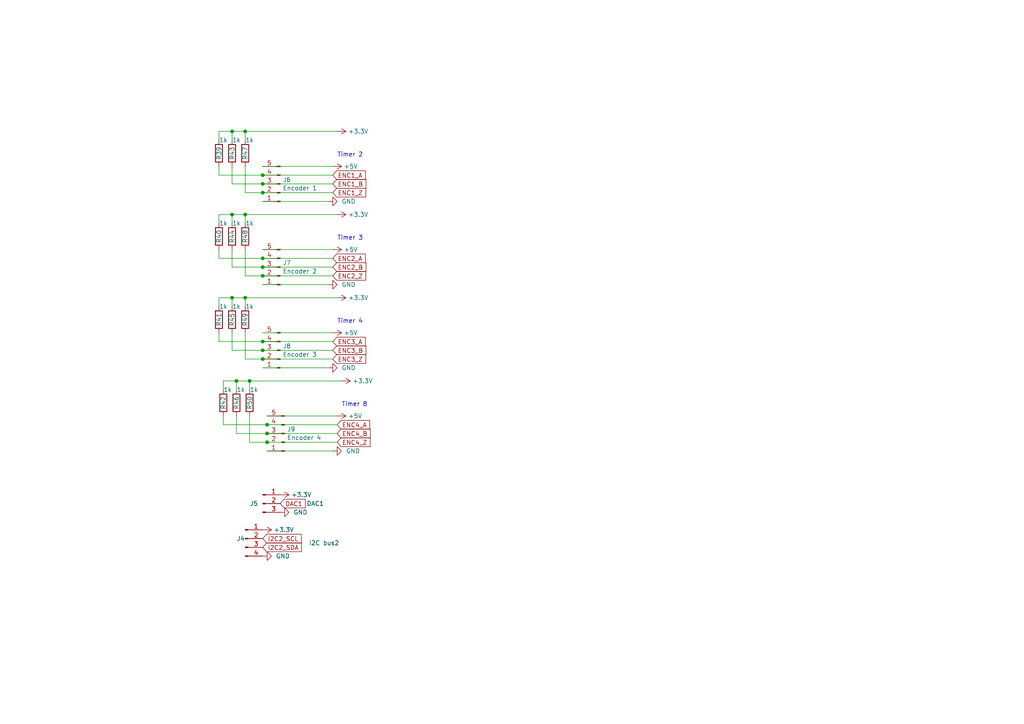
<source format=kicad_sch>
(kicad_sch
	(version 20231120)
	(generator "eeschema")
	(generator_version "8.0")
	(uuid "d19c7c83-0eea-4332-958a-4c973a41eedf")
	(paper "A4")
	(lib_symbols
		(symbol "Connector:Conn_01x03_Pin"
			(pin_names
				(offset 1.016) hide)
			(exclude_from_sim no)
			(in_bom yes)
			(on_board yes)
			(property "Reference" "J"
				(at 0 5.08 0)
				(effects
					(font
						(size 1.27 1.27)
					)
				)
			)
			(property "Value" "Conn_01x03_Pin"
				(at 0 -5.08 0)
				(effects
					(font
						(size 1.27 1.27)
					)
				)
			)
			(property "Footprint" ""
				(at 0 0 0)
				(effects
					(font
						(size 1.27 1.27)
					)
					(hide yes)
				)
			)
			(property "Datasheet" "~"
				(at 0 0 0)
				(effects
					(font
						(size 1.27 1.27)
					)
					(hide yes)
				)
			)
			(property "Description" "Generic connector, single row, 01x03, script generated"
				(at 0 0 0)
				(effects
					(font
						(size 1.27 1.27)
					)
					(hide yes)
				)
			)
			(property "ki_locked" ""
				(at 0 0 0)
				(effects
					(font
						(size 1.27 1.27)
					)
				)
			)
			(property "ki_keywords" "connector"
				(at 0 0 0)
				(effects
					(font
						(size 1.27 1.27)
					)
					(hide yes)
				)
			)
			(property "ki_fp_filters" "Connector*:*_1x??_*"
				(at 0 0 0)
				(effects
					(font
						(size 1.27 1.27)
					)
					(hide yes)
				)
			)
			(symbol "Conn_01x03_Pin_1_1"
				(polyline
					(pts
						(xy 1.27 -2.54) (xy 0.8636 -2.54)
					)
					(stroke
						(width 0.1524)
						(type default)
					)
					(fill
						(type none)
					)
				)
				(polyline
					(pts
						(xy 1.27 0) (xy 0.8636 0)
					)
					(stroke
						(width 0.1524)
						(type default)
					)
					(fill
						(type none)
					)
				)
				(polyline
					(pts
						(xy 1.27 2.54) (xy 0.8636 2.54)
					)
					(stroke
						(width 0.1524)
						(type default)
					)
					(fill
						(type none)
					)
				)
				(rectangle
					(start 0.8636 -2.413)
					(end 0 -2.667)
					(stroke
						(width 0.1524)
						(type default)
					)
					(fill
						(type outline)
					)
				)
				(rectangle
					(start 0.8636 0.127)
					(end 0 -0.127)
					(stroke
						(width 0.1524)
						(type default)
					)
					(fill
						(type outline)
					)
				)
				(rectangle
					(start 0.8636 2.667)
					(end 0 2.413)
					(stroke
						(width 0.1524)
						(type default)
					)
					(fill
						(type outline)
					)
				)
				(pin passive line
					(at 5.08 2.54 180)
					(length 3.81)
					(name "Pin_1"
						(effects
							(font
								(size 1.27 1.27)
							)
						)
					)
					(number "1"
						(effects
							(font
								(size 1.27 1.27)
							)
						)
					)
				)
				(pin passive line
					(at 5.08 0 180)
					(length 3.81)
					(name "Pin_2"
						(effects
							(font
								(size 1.27 1.27)
							)
						)
					)
					(number "2"
						(effects
							(font
								(size 1.27 1.27)
							)
						)
					)
				)
				(pin passive line
					(at 5.08 -2.54 180)
					(length 3.81)
					(name "Pin_3"
						(effects
							(font
								(size 1.27 1.27)
							)
						)
					)
					(number "3"
						(effects
							(font
								(size 1.27 1.27)
							)
						)
					)
				)
			)
		)
		(symbol "Connector:Conn_01x04_Pin"
			(pin_names
				(offset 1.016) hide)
			(exclude_from_sim no)
			(in_bom yes)
			(on_board yes)
			(property "Reference" "J"
				(at 0 5.08 0)
				(effects
					(font
						(size 1.27 1.27)
					)
				)
			)
			(property "Value" "Conn_01x04_Pin"
				(at 0 -7.62 0)
				(effects
					(font
						(size 1.27 1.27)
					)
				)
			)
			(property "Footprint" ""
				(at 0 0 0)
				(effects
					(font
						(size 1.27 1.27)
					)
					(hide yes)
				)
			)
			(property "Datasheet" "~"
				(at 0 0 0)
				(effects
					(font
						(size 1.27 1.27)
					)
					(hide yes)
				)
			)
			(property "Description" "Generic connector, single row, 01x04, script generated"
				(at 0 0 0)
				(effects
					(font
						(size 1.27 1.27)
					)
					(hide yes)
				)
			)
			(property "ki_locked" ""
				(at 0 0 0)
				(effects
					(font
						(size 1.27 1.27)
					)
				)
			)
			(property "ki_keywords" "connector"
				(at 0 0 0)
				(effects
					(font
						(size 1.27 1.27)
					)
					(hide yes)
				)
			)
			(property "ki_fp_filters" "Connector*:*_1x??_*"
				(at 0 0 0)
				(effects
					(font
						(size 1.27 1.27)
					)
					(hide yes)
				)
			)
			(symbol "Conn_01x04_Pin_1_1"
				(polyline
					(pts
						(xy 1.27 -5.08) (xy 0.8636 -5.08)
					)
					(stroke
						(width 0.1524)
						(type default)
					)
					(fill
						(type none)
					)
				)
				(polyline
					(pts
						(xy 1.27 -2.54) (xy 0.8636 -2.54)
					)
					(stroke
						(width 0.1524)
						(type default)
					)
					(fill
						(type none)
					)
				)
				(polyline
					(pts
						(xy 1.27 0) (xy 0.8636 0)
					)
					(stroke
						(width 0.1524)
						(type default)
					)
					(fill
						(type none)
					)
				)
				(polyline
					(pts
						(xy 1.27 2.54) (xy 0.8636 2.54)
					)
					(stroke
						(width 0.1524)
						(type default)
					)
					(fill
						(type none)
					)
				)
				(rectangle
					(start 0.8636 -4.953)
					(end 0 -5.207)
					(stroke
						(width 0.1524)
						(type default)
					)
					(fill
						(type outline)
					)
				)
				(rectangle
					(start 0.8636 -2.413)
					(end 0 -2.667)
					(stroke
						(width 0.1524)
						(type default)
					)
					(fill
						(type outline)
					)
				)
				(rectangle
					(start 0.8636 0.127)
					(end 0 -0.127)
					(stroke
						(width 0.1524)
						(type default)
					)
					(fill
						(type outline)
					)
				)
				(rectangle
					(start 0.8636 2.667)
					(end 0 2.413)
					(stroke
						(width 0.1524)
						(type default)
					)
					(fill
						(type outline)
					)
				)
				(pin passive line
					(at 5.08 2.54 180)
					(length 3.81)
					(name "Pin_1"
						(effects
							(font
								(size 1.27 1.27)
							)
						)
					)
					(number "1"
						(effects
							(font
								(size 1.27 1.27)
							)
						)
					)
				)
				(pin passive line
					(at 5.08 0 180)
					(length 3.81)
					(name "Pin_2"
						(effects
							(font
								(size 1.27 1.27)
							)
						)
					)
					(number "2"
						(effects
							(font
								(size 1.27 1.27)
							)
						)
					)
				)
				(pin passive line
					(at 5.08 -2.54 180)
					(length 3.81)
					(name "Pin_3"
						(effects
							(font
								(size 1.27 1.27)
							)
						)
					)
					(number "3"
						(effects
							(font
								(size 1.27 1.27)
							)
						)
					)
				)
				(pin passive line
					(at 5.08 -5.08 180)
					(length 3.81)
					(name "Pin_4"
						(effects
							(font
								(size 1.27 1.27)
							)
						)
					)
					(number "4"
						(effects
							(font
								(size 1.27 1.27)
							)
						)
					)
				)
			)
		)
		(symbol "Connector:Conn_01x05_Pin"
			(pin_names
				(offset 1.016) hide)
			(exclude_from_sim no)
			(in_bom yes)
			(on_board yes)
			(property "Reference" "J"
				(at 0 7.62 0)
				(effects
					(font
						(size 1.27 1.27)
					)
				)
			)
			(property "Value" "Conn_01x05_Pin"
				(at 0 -7.62 0)
				(effects
					(font
						(size 1.27 1.27)
					)
				)
			)
			(property "Footprint" ""
				(at 0 0 0)
				(effects
					(font
						(size 1.27 1.27)
					)
					(hide yes)
				)
			)
			(property "Datasheet" "~"
				(at 0 0 0)
				(effects
					(font
						(size 1.27 1.27)
					)
					(hide yes)
				)
			)
			(property "Description" "Generic connector, single row, 01x05, script generated"
				(at 0 0 0)
				(effects
					(font
						(size 1.27 1.27)
					)
					(hide yes)
				)
			)
			(property "ki_locked" ""
				(at 0 0 0)
				(effects
					(font
						(size 1.27 1.27)
					)
				)
			)
			(property "ki_keywords" "connector"
				(at 0 0 0)
				(effects
					(font
						(size 1.27 1.27)
					)
					(hide yes)
				)
			)
			(property "ki_fp_filters" "Connector*:*_1x??_*"
				(at 0 0 0)
				(effects
					(font
						(size 1.27 1.27)
					)
					(hide yes)
				)
			)
			(symbol "Conn_01x05_Pin_1_1"
				(polyline
					(pts
						(xy 1.27 -5.08) (xy 0.8636 -5.08)
					)
					(stroke
						(width 0.1524)
						(type default)
					)
					(fill
						(type none)
					)
				)
				(polyline
					(pts
						(xy 1.27 -2.54) (xy 0.8636 -2.54)
					)
					(stroke
						(width 0.1524)
						(type default)
					)
					(fill
						(type none)
					)
				)
				(polyline
					(pts
						(xy 1.27 0) (xy 0.8636 0)
					)
					(stroke
						(width 0.1524)
						(type default)
					)
					(fill
						(type none)
					)
				)
				(polyline
					(pts
						(xy 1.27 2.54) (xy 0.8636 2.54)
					)
					(stroke
						(width 0.1524)
						(type default)
					)
					(fill
						(type none)
					)
				)
				(polyline
					(pts
						(xy 1.27 5.08) (xy 0.8636 5.08)
					)
					(stroke
						(width 0.1524)
						(type default)
					)
					(fill
						(type none)
					)
				)
				(rectangle
					(start 0.8636 -4.953)
					(end 0 -5.207)
					(stroke
						(width 0.1524)
						(type default)
					)
					(fill
						(type outline)
					)
				)
				(rectangle
					(start 0.8636 -2.413)
					(end 0 -2.667)
					(stroke
						(width 0.1524)
						(type default)
					)
					(fill
						(type outline)
					)
				)
				(rectangle
					(start 0.8636 0.127)
					(end 0 -0.127)
					(stroke
						(width 0.1524)
						(type default)
					)
					(fill
						(type outline)
					)
				)
				(rectangle
					(start 0.8636 2.667)
					(end 0 2.413)
					(stroke
						(width 0.1524)
						(type default)
					)
					(fill
						(type outline)
					)
				)
				(rectangle
					(start 0.8636 5.207)
					(end 0 4.953)
					(stroke
						(width 0.1524)
						(type default)
					)
					(fill
						(type outline)
					)
				)
				(pin passive line
					(at 5.08 5.08 180)
					(length 3.81)
					(name "Pin_1"
						(effects
							(font
								(size 1.27 1.27)
							)
						)
					)
					(number "1"
						(effects
							(font
								(size 1.27 1.27)
							)
						)
					)
				)
				(pin passive line
					(at 5.08 2.54 180)
					(length 3.81)
					(name "Pin_2"
						(effects
							(font
								(size 1.27 1.27)
							)
						)
					)
					(number "2"
						(effects
							(font
								(size 1.27 1.27)
							)
						)
					)
				)
				(pin passive line
					(at 5.08 0 180)
					(length 3.81)
					(name "Pin_3"
						(effects
							(font
								(size 1.27 1.27)
							)
						)
					)
					(number "3"
						(effects
							(font
								(size 1.27 1.27)
							)
						)
					)
				)
				(pin passive line
					(at 5.08 -2.54 180)
					(length 3.81)
					(name "Pin_4"
						(effects
							(font
								(size 1.27 1.27)
							)
						)
					)
					(number "4"
						(effects
							(font
								(size 1.27 1.27)
							)
						)
					)
				)
				(pin passive line
					(at 5.08 -5.08 180)
					(length 3.81)
					(name "Pin_5"
						(effects
							(font
								(size 1.27 1.27)
							)
						)
					)
					(number "5"
						(effects
							(font
								(size 1.27 1.27)
							)
						)
					)
				)
			)
		)
		(symbol "Device:R"
			(pin_numbers hide)
			(pin_names
				(offset 0)
			)
			(exclude_from_sim no)
			(in_bom yes)
			(on_board yes)
			(property "Reference" "R"
				(at 2.032 0 90)
				(effects
					(font
						(size 1.27 1.27)
					)
				)
			)
			(property "Value" "R"
				(at 0 0 90)
				(effects
					(font
						(size 1.27 1.27)
					)
				)
			)
			(property "Footprint" ""
				(at -1.778 0 90)
				(effects
					(font
						(size 1.27 1.27)
					)
					(hide yes)
				)
			)
			(property "Datasheet" "~"
				(at 0 0 0)
				(effects
					(font
						(size 1.27 1.27)
					)
					(hide yes)
				)
			)
			(property "Description" "Resistor"
				(at 0 0 0)
				(effects
					(font
						(size 1.27 1.27)
					)
					(hide yes)
				)
			)
			(property "ki_keywords" "R res resistor"
				(at 0 0 0)
				(effects
					(font
						(size 1.27 1.27)
					)
					(hide yes)
				)
			)
			(property "ki_fp_filters" "R_*"
				(at 0 0 0)
				(effects
					(font
						(size 1.27 1.27)
					)
					(hide yes)
				)
			)
			(symbol "R_0_1"
				(rectangle
					(start -1.016 -2.54)
					(end 1.016 2.54)
					(stroke
						(width 0.254)
						(type default)
					)
					(fill
						(type none)
					)
				)
			)
			(symbol "R_1_1"
				(pin passive line
					(at 0 3.81 270)
					(length 1.27)
					(name "~"
						(effects
							(font
								(size 1.27 1.27)
							)
						)
					)
					(number "1"
						(effects
							(font
								(size 1.27 1.27)
							)
						)
					)
				)
				(pin passive line
					(at 0 -3.81 90)
					(length 1.27)
					(name "~"
						(effects
							(font
								(size 1.27 1.27)
							)
						)
					)
					(number "2"
						(effects
							(font
								(size 1.27 1.27)
							)
						)
					)
				)
			)
		)
		(symbol "power:+3.3V"
			(power)
			(pin_names
				(offset 0)
			)
			(exclude_from_sim no)
			(in_bom yes)
			(on_board yes)
			(property "Reference" "#PWR"
				(at 0 -3.81 0)
				(effects
					(font
						(size 1.27 1.27)
					)
					(hide yes)
				)
			)
			(property "Value" "+3.3V"
				(at 0 3.556 0)
				(effects
					(font
						(size 1.27 1.27)
					)
				)
			)
			(property "Footprint" ""
				(at 0 0 0)
				(effects
					(font
						(size 1.27 1.27)
					)
					(hide yes)
				)
			)
			(property "Datasheet" ""
				(at 0 0 0)
				(effects
					(font
						(size 1.27 1.27)
					)
					(hide yes)
				)
			)
			(property "Description" "Power symbol creates a global label with name \"+3.3V\""
				(at 0 0 0)
				(effects
					(font
						(size 1.27 1.27)
					)
					(hide yes)
				)
			)
			(property "ki_keywords" "global power"
				(at 0 0 0)
				(effects
					(font
						(size 1.27 1.27)
					)
					(hide yes)
				)
			)
			(symbol "+3.3V_0_1"
				(polyline
					(pts
						(xy -0.762 1.27) (xy 0 2.54)
					)
					(stroke
						(width 0)
						(type default)
					)
					(fill
						(type none)
					)
				)
				(polyline
					(pts
						(xy 0 0) (xy 0 2.54)
					)
					(stroke
						(width 0)
						(type default)
					)
					(fill
						(type none)
					)
				)
				(polyline
					(pts
						(xy 0 2.54) (xy 0.762 1.27)
					)
					(stroke
						(width 0)
						(type default)
					)
					(fill
						(type none)
					)
				)
			)
			(symbol "+3.3V_1_1"
				(pin power_in line
					(at 0 0 90)
					(length 0) hide
					(name "+3.3V"
						(effects
							(font
								(size 1.27 1.27)
							)
						)
					)
					(number "1"
						(effects
							(font
								(size 1.27 1.27)
							)
						)
					)
				)
			)
		)
		(symbol "power:+5V"
			(power)
			(pin_names
				(offset 0)
			)
			(exclude_from_sim no)
			(in_bom yes)
			(on_board yes)
			(property "Reference" "#PWR"
				(at 0 -3.81 0)
				(effects
					(font
						(size 1.27 1.27)
					)
					(hide yes)
				)
			)
			(property "Value" "+5V"
				(at 0 3.556 0)
				(effects
					(font
						(size 1.27 1.27)
					)
				)
			)
			(property "Footprint" ""
				(at 0 0 0)
				(effects
					(font
						(size 1.27 1.27)
					)
					(hide yes)
				)
			)
			(property "Datasheet" ""
				(at 0 0 0)
				(effects
					(font
						(size 1.27 1.27)
					)
					(hide yes)
				)
			)
			(property "Description" "Power symbol creates a global label with name \"+5V\""
				(at 0 0 0)
				(effects
					(font
						(size 1.27 1.27)
					)
					(hide yes)
				)
			)
			(property "ki_keywords" "global power"
				(at 0 0 0)
				(effects
					(font
						(size 1.27 1.27)
					)
					(hide yes)
				)
			)
			(symbol "+5V_0_1"
				(polyline
					(pts
						(xy -0.762 1.27) (xy 0 2.54)
					)
					(stroke
						(width 0)
						(type default)
					)
					(fill
						(type none)
					)
				)
				(polyline
					(pts
						(xy 0 0) (xy 0 2.54)
					)
					(stroke
						(width 0)
						(type default)
					)
					(fill
						(type none)
					)
				)
				(polyline
					(pts
						(xy 0 2.54) (xy 0.762 1.27)
					)
					(stroke
						(width 0)
						(type default)
					)
					(fill
						(type none)
					)
				)
			)
			(symbol "+5V_1_1"
				(pin power_in line
					(at 0 0 90)
					(length 0) hide
					(name "+5V"
						(effects
							(font
								(size 1.27 1.27)
							)
						)
					)
					(number "1"
						(effects
							(font
								(size 1.27 1.27)
							)
						)
					)
				)
			)
		)
		(symbol "power:GND"
			(power)
			(pin_names
				(offset 0)
			)
			(exclude_from_sim no)
			(in_bom yes)
			(on_board yes)
			(property "Reference" "#PWR"
				(at 0 -6.35 0)
				(effects
					(font
						(size 1.27 1.27)
					)
					(hide yes)
				)
			)
			(property "Value" "GND"
				(at 0 -3.81 0)
				(effects
					(font
						(size 1.27 1.27)
					)
				)
			)
			(property "Footprint" ""
				(at 0 0 0)
				(effects
					(font
						(size 1.27 1.27)
					)
					(hide yes)
				)
			)
			(property "Datasheet" ""
				(at 0 0 0)
				(effects
					(font
						(size 1.27 1.27)
					)
					(hide yes)
				)
			)
			(property "Description" "Power symbol creates a global label with name \"GND\" , ground"
				(at 0 0 0)
				(effects
					(font
						(size 1.27 1.27)
					)
					(hide yes)
				)
			)
			(property "ki_keywords" "global power"
				(at 0 0 0)
				(effects
					(font
						(size 1.27 1.27)
					)
					(hide yes)
				)
			)
			(symbol "GND_0_1"
				(polyline
					(pts
						(xy 0 0) (xy 0 -1.27) (xy 1.27 -1.27) (xy 0 -2.54) (xy -1.27 -1.27) (xy 0 -1.27)
					)
					(stroke
						(width 0)
						(type default)
					)
					(fill
						(type none)
					)
				)
			)
			(symbol "GND_1_1"
				(pin power_in line
					(at 0 0 270)
					(length 0) hide
					(name "GND"
						(effects
							(font
								(size 1.27 1.27)
							)
						)
					)
					(number "1"
						(effects
							(font
								(size 1.27 1.27)
							)
						)
					)
				)
			)
		)
	)
	(junction
		(at 76.2 80.01)
		(diameter 0)
		(color 0 0 0 0)
		(uuid "157eeb28-7e9f-4678-ad1b-82c940b205aa")
	)
	(junction
		(at 76.2 77.47)
		(diameter 0)
		(color 0 0 0 0)
		(uuid "1fd61f19-fd7b-4ca8-9109-705eb3ba0282")
	)
	(junction
		(at 76.2 53.34)
		(diameter 0)
		(color 0 0 0 0)
		(uuid "2c81630d-49f6-459b-9f07-d3ed382e7f7c")
	)
	(junction
		(at 68.58 110.49)
		(diameter 0)
		(color 0 0 0 0)
		(uuid "2d7d1489-e412-4bb0-a366-9d2af31289e7")
	)
	(junction
		(at 76.2 55.88)
		(diameter 0)
		(color 0 0 0 0)
		(uuid "390fab64-f3b8-457c-a0e0-cf493d141b9c")
	)
	(junction
		(at 71.12 86.36)
		(diameter 0)
		(color 0 0 0 0)
		(uuid "3ad9020b-fb70-4bed-a433-454ae3bb0ac2")
	)
	(junction
		(at 76.2 104.14)
		(diameter 0)
		(color 0 0 0 0)
		(uuid "586fcfac-36d8-40de-b7c3-8e741cecd384")
	)
	(junction
		(at 76.2 101.6)
		(diameter 0)
		(color 0 0 0 0)
		(uuid "626bc8e7-eebf-486d-9dac-ceb77e53c308")
	)
	(junction
		(at 71.12 38.1)
		(diameter 0)
		(color 0 0 0 0)
		(uuid "725153af-2a16-408e-b485-cb4baab98bdb")
	)
	(junction
		(at 76.2 50.8)
		(diameter 0)
		(color 0 0 0 0)
		(uuid "7864e408-6d07-4db9-a437-e28a56bfb68f")
	)
	(junction
		(at 71.12 62.23)
		(diameter 0)
		(color 0 0 0 0)
		(uuid "79c9320f-6ae9-4927-a958-4ad08e1b69aa")
	)
	(junction
		(at 76.2 74.93)
		(diameter 0)
		(color 0 0 0 0)
		(uuid "8639ce89-0826-4903-96fc-64d1b1388896")
	)
	(junction
		(at 77.47 128.27)
		(diameter 0)
		(color 0 0 0 0)
		(uuid "9386b3d4-2d5a-4cbb-9fae-eaaa7e4e5aaf")
	)
	(junction
		(at 67.31 38.1)
		(diameter 0)
		(color 0 0 0 0)
		(uuid "9ccb2c73-8f7c-42a5-8c80-efd51b417936")
	)
	(junction
		(at 67.31 62.23)
		(diameter 0)
		(color 0 0 0 0)
		(uuid "a1d6fc74-ab2c-414f-b365-3c6defd6f95d")
	)
	(junction
		(at 77.47 123.19)
		(diameter 0)
		(color 0 0 0 0)
		(uuid "b1f6ef2d-819c-4217-8b1c-f3904fdc2173")
	)
	(junction
		(at 67.31 86.36)
		(diameter 0)
		(color 0 0 0 0)
		(uuid "b43883f8-735b-483c-b1d2-289b5a1a6c9c")
	)
	(junction
		(at 77.47 125.73)
		(diameter 0)
		(color 0 0 0 0)
		(uuid "ce186696-2d52-497c-937c-f4b2dba55f7b")
	)
	(junction
		(at 76.2 99.06)
		(diameter 0)
		(color 0 0 0 0)
		(uuid "d317f92d-0325-4663-8828-01fe240bd0d4")
	)
	(junction
		(at 72.39 110.49)
		(diameter 0)
		(color 0 0 0 0)
		(uuid "e1aa9f00-680c-4301-8225-845569c9ee29")
	)
	(wire
		(pts
			(xy 71.12 80.01) (xy 76.2 80.01)
		)
		(stroke
			(width 0)
			(type default)
		)
		(uuid "01d2d007-d35a-483e-a05e-4033449e3e7d")
	)
	(wire
		(pts
			(xy 71.12 62.23) (xy 71.12 64.77)
		)
		(stroke
			(width 0)
			(type default)
		)
		(uuid "045cd2ee-53c3-42b4-b17c-56b5cca58fe6")
	)
	(wire
		(pts
			(xy 67.31 101.6) (xy 76.2 101.6)
		)
		(stroke
			(width 0)
			(type default)
		)
		(uuid "04773424-acd9-4a66-ab72-8b40997cde1d")
	)
	(wire
		(pts
			(xy 71.12 38.1) (xy 71.12 40.64)
		)
		(stroke
			(width 0)
			(type default)
		)
		(uuid "057f6133-58a3-4b4a-97ff-fe7be0021d92")
	)
	(wire
		(pts
			(xy 71.12 86.36) (xy 97.79 86.36)
		)
		(stroke
			(width 0)
			(type default)
		)
		(uuid "0b95b840-5781-465f-b758-e71ae1c24da9")
	)
	(wire
		(pts
			(xy 63.5 86.36) (xy 67.31 86.36)
		)
		(stroke
			(width 0)
			(type default)
		)
		(uuid "13cf5787-6645-4a21-b08f-4afb7c9405f8")
	)
	(wire
		(pts
			(xy 63.5 62.23) (xy 67.31 62.23)
		)
		(stroke
			(width 0)
			(type default)
		)
		(uuid "160c58f8-e374-4bfe-a7a6-696874ae788c")
	)
	(wire
		(pts
			(xy 63.5 64.77) (xy 63.5 62.23)
		)
		(stroke
			(width 0)
			(type default)
		)
		(uuid "1bb1c6f2-46a9-4e62-82e9-08e5ec102ddf")
	)
	(wire
		(pts
			(xy 72.39 128.27) (xy 77.47 128.27)
		)
		(stroke
			(width 0)
			(type default)
		)
		(uuid "206d1bb6-3e19-455a-bee3-33f4e2410e8f")
	)
	(wire
		(pts
			(xy 63.5 38.1) (xy 67.31 38.1)
		)
		(stroke
			(width 0)
			(type default)
		)
		(uuid "216255a0-12ae-4b6b-900b-a88840295a63")
	)
	(wire
		(pts
			(xy 67.31 38.1) (xy 71.12 38.1)
		)
		(stroke
			(width 0)
			(type default)
		)
		(uuid "23375de0-208d-4b51-a7ba-8aafad512551")
	)
	(wire
		(pts
			(xy 96.52 130.81) (xy 77.47 130.81)
		)
		(stroke
			(width 0)
			(type default)
		)
		(uuid "25b48ef2-0cc7-448d-baf6-e41e645cce51")
	)
	(wire
		(pts
			(xy 67.31 86.36) (xy 67.31 88.9)
		)
		(stroke
			(width 0)
			(type default)
		)
		(uuid "272444fa-cb6e-4d82-8604-8b13be0838e5")
	)
	(wire
		(pts
			(xy 71.12 72.39) (xy 71.12 80.01)
		)
		(stroke
			(width 0)
			(type default)
		)
		(uuid "2867a1da-8c4d-43c3-b93b-fe2f7147685e")
	)
	(wire
		(pts
			(xy 63.5 74.93) (xy 76.2 74.93)
		)
		(stroke
			(width 0)
			(type default)
		)
		(uuid "2afc4a80-2851-4be3-a62e-2ef65b105014")
	)
	(wire
		(pts
			(xy 64.77 120.65) (xy 64.77 123.19)
		)
		(stroke
			(width 0)
			(type default)
		)
		(uuid "2b552aa2-9404-4ddc-b6fe-f1101aaae516")
	)
	(wire
		(pts
			(xy 71.12 104.14) (xy 76.2 104.14)
		)
		(stroke
			(width 0)
			(type default)
		)
		(uuid "2e4dcb01-b90f-4934-b31b-25d24f935bff")
	)
	(wire
		(pts
			(xy 76.2 50.8) (xy 96.52 50.8)
		)
		(stroke
			(width 0)
			(type default)
		)
		(uuid "331bfca8-c049-4c6a-a808-2d41e13311e8")
	)
	(wire
		(pts
			(xy 71.12 62.23) (xy 97.79 62.23)
		)
		(stroke
			(width 0)
			(type default)
		)
		(uuid "3635966d-184e-4c12-84cd-c0c887d19530")
	)
	(wire
		(pts
			(xy 67.31 96.52) (xy 67.31 101.6)
		)
		(stroke
			(width 0)
			(type default)
		)
		(uuid "4a557729-a191-4f0e-b50e-cb0e89baa087")
	)
	(wire
		(pts
			(xy 72.39 120.65) (xy 72.39 128.27)
		)
		(stroke
			(width 0)
			(type default)
		)
		(uuid "4b2bbfda-8a4a-4525-b861-df35f601dd55")
	)
	(wire
		(pts
			(xy 63.5 88.9) (xy 63.5 86.36)
		)
		(stroke
			(width 0)
			(type default)
		)
		(uuid "4e761a1d-b169-4638-a737-da8370aa9e14")
	)
	(wire
		(pts
			(xy 77.47 123.19) (xy 97.79 123.19)
		)
		(stroke
			(width 0)
			(type default)
		)
		(uuid "58498ee0-71b2-4b57-84ce-fbd317f3ef7a")
	)
	(wire
		(pts
			(xy 68.58 120.65) (xy 68.58 125.73)
		)
		(stroke
			(width 0)
			(type default)
		)
		(uuid "60db811e-f5c8-4e99-92aa-57425788923d")
	)
	(wire
		(pts
			(xy 76.2 55.88) (xy 96.52 55.88)
		)
		(stroke
			(width 0)
			(type default)
		)
		(uuid "6affbf2a-bacd-4fa7-aa3b-aa7b2092ca7f")
	)
	(wire
		(pts
			(xy 72.39 110.49) (xy 72.39 113.03)
		)
		(stroke
			(width 0)
			(type default)
		)
		(uuid "70cb479c-1c45-44db-9247-7ee4c8013842")
	)
	(wire
		(pts
			(xy 76.2 104.14) (xy 96.52 104.14)
		)
		(stroke
			(width 0)
			(type default)
		)
		(uuid "75ed0fb2-5c41-4040-a9ce-1549e9098150")
	)
	(wire
		(pts
			(xy 76.2 77.47) (xy 96.52 77.47)
		)
		(stroke
			(width 0)
			(type default)
		)
		(uuid "76f62f94-6047-448e-b0f9-e8e90bba5991")
	)
	(wire
		(pts
			(xy 64.77 113.03) (xy 64.77 110.49)
		)
		(stroke
			(width 0)
			(type default)
		)
		(uuid "78b1cbd3-481b-4d0e-9e6b-b07438d2acd2")
	)
	(wire
		(pts
			(xy 96.52 96.52) (xy 76.2 96.52)
		)
		(stroke
			(width 0)
			(type default)
		)
		(uuid "7a09a254-a3ee-4b95-981a-438321453ae3")
	)
	(wire
		(pts
			(xy 63.5 96.52) (xy 63.5 99.06)
		)
		(stroke
			(width 0)
			(type default)
		)
		(uuid "7aff91c0-e86f-47f3-ab61-17e7d04a66de")
	)
	(wire
		(pts
			(xy 64.77 110.49) (xy 68.58 110.49)
		)
		(stroke
			(width 0)
			(type default)
		)
		(uuid "7e96709f-58d6-49d5-8091-d75e2063a809")
	)
	(wire
		(pts
			(xy 67.31 38.1) (xy 67.31 40.64)
		)
		(stroke
			(width 0)
			(type default)
		)
		(uuid "83b6a014-7104-47c7-a53c-3dfe5cc5e5e9")
	)
	(wire
		(pts
			(xy 63.5 50.8) (xy 76.2 50.8)
		)
		(stroke
			(width 0)
			(type default)
		)
		(uuid "84e05d6a-6b62-46ca-a0e3-fbe26d4025ee")
	)
	(wire
		(pts
			(xy 97.79 120.65) (xy 77.47 120.65)
		)
		(stroke
			(width 0)
			(type default)
		)
		(uuid "8516426f-03fd-4cd4-b0c0-f48739edce35")
	)
	(wire
		(pts
			(xy 76.2 101.6) (xy 96.52 101.6)
		)
		(stroke
			(width 0)
			(type default)
		)
		(uuid "8bce499d-619d-4ae6-b109-573ed87783f6")
	)
	(wire
		(pts
			(xy 76.2 99.06) (xy 96.52 99.06)
		)
		(stroke
			(width 0)
			(type default)
		)
		(uuid "91537e44-781e-4676-b4d4-e08b8a159e06")
	)
	(wire
		(pts
			(xy 71.12 38.1) (xy 97.79 38.1)
		)
		(stroke
			(width 0)
			(type default)
		)
		(uuid "98525c6a-621e-44f5-bf72-f457738ba2ae")
	)
	(wire
		(pts
			(xy 63.5 40.64) (xy 63.5 38.1)
		)
		(stroke
			(width 0)
			(type default)
		)
		(uuid "98db0e59-fbf7-486c-ab38-e923807de071")
	)
	(wire
		(pts
			(xy 63.5 72.39) (xy 63.5 74.93)
		)
		(stroke
			(width 0)
			(type default)
		)
		(uuid "a42da3b9-2171-485b-a536-3f206158b652")
	)
	(wire
		(pts
			(xy 71.12 48.26) (xy 71.12 55.88)
		)
		(stroke
			(width 0)
			(type default)
		)
		(uuid "a72bb99b-132f-4c9d-9ebc-83f035446577")
	)
	(wire
		(pts
			(xy 63.5 48.26) (xy 63.5 50.8)
		)
		(stroke
			(width 0)
			(type default)
		)
		(uuid "b100b0f1-42a8-4e6f-91aa-0bce6857304e")
	)
	(wire
		(pts
			(xy 76.2 53.34) (xy 96.52 53.34)
		)
		(stroke
			(width 0)
			(type default)
		)
		(uuid "b122cac1-9511-424c-878c-075a520f075c")
	)
	(wire
		(pts
			(xy 96.52 72.39) (xy 76.2 72.39)
		)
		(stroke
			(width 0)
			(type default)
		)
		(uuid "bc516e96-4dd8-4e74-be1e-a8ff92736019")
	)
	(wire
		(pts
			(xy 72.39 110.49) (xy 99.06 110.49)
		)
		(stroke
			(width 0)
			(type default)
		)
		(uuid "c7fc9a9b-558e-4828-bcb7-8f8ab5dccaf1")
	)
	(wire
		(pts
			(xy 68.58 110.49) (xy 72.39 110.49)
		)
		(stroke
			(width 0)
			(type default)
		)
		(uuid "cdd97728-36f0-43f7-b59a-8caf6f513ba6")
	)
	(wire
		(pts
			(xy 77.47 125.73) (xy 97.79 125.73)
		)
		(stroke
			(width 0)
			(type default)
		)
		(uuid "d0a4dfb0-132d-469b-afd5-1d49cb8476b2")
	)
	(wire
		(pts
			(xy 95.25 58.42) (xy 76.2 58.42)
		)
		(stroke
			(width 0)
			(type default)
		)
		(uuid "d37fd46d-583f-4119-9c87-2eb4b532fd30")
	)
	(wire
		(pts
			(xy 67.31 72.39) (xy 67.31 77.47)
		)
		(stroke
			(width 0)
			(type default)
		)
		(uuid "d5b58e10-992d-4c57-bbbf-9f90666153e7")
	)
	(wire
		(pts
			(xy 68.58 110.49) (xy 68.58 113.03)
		)
		(stroke
			(width 0)
			(type default)
		)
		(uuid "d8806986-f5dc-4dc8-bac2-f59abdcd597f")
	)
	(wire
		(pts
			(xy 67.31 86.36) (xy 71.12 86.36)
		)
		(stroke
			(width 0)
			(type default)
		)
		(uuid "d9018ae9-85d6-475f-a3c8-1a743d744e4c")
	)
	(wire
		(pts
			(xy 96.52 48.26) (xy 76.2 48.26)
		)
		(stroke
			(width 0)
			(type default)
		)
		(uuid "dd96847e-382e-4dad-88ac-2eca6ad76206")
	)
	(wire
		(pts
			(xy 67.31 77.47) (xy 76.2 77.47)
		)
		(stroke
			(width 0)
			(type default)
		)
		(uuid "dd9d2d22-6997-4883-9e3e-f759e7179963")
	)
	(wire
		(pts
			(xy 95.25 106.68) (xy 76.2 106.68)
		)
		(stroke
			(width 0)
			(type default)
		)
		(uuid "e0c2008e-1d9e-443f-9272-e20c6da3e175")
	)
	(wire
		(pts
			(xy 67.31 48.26) (xy 67.31 53.34)
		)
		(stroke
			(width 0)
			(type default)
		)
		(uuid "e1cad341-96b3-46e4-8010-1d9a561e7c61")
	)
	(wire
		(pts
			(xy 71.12 55.88) (xy 76.2 55.88)
		)
		(stroke
			(width 0)
			(type default)
		)
		(uuid "e276f934-97eb-48e8-a4c2-3c220f8b431d")
	)
	(wire
		(pts
			(xy 63.5 99.06) (xy 76.2 99.06)
		)
		(stroke
			(width 0)
			(type default)
		)
		(uuid "e5060005-f1a2-4637-aa1a-cb3bf58a4c0a")
	)
	(wire
		(pts
			(xy 77.47 128.27) (xy 97.79 128.27)
		)
		(stroke
			(width 0)
			(type default)
		)
		(uuid "e6412773-1642-4a1d-9c47-76158232a6b2")
	)
	(wire
		(pts
			(xy 71.12 96.52) (xy 71.12 104.14)
		)
		(stroke
			(width 0)
			(type default)
		)
		(uuid "e7949f5d-4e8d-41c7-bb68-e2637d4c1417")
	)
	(wire
		(pts
			(xy 67.31 53.34) (xy 76.2 53.34)
		)
		(stroke
			(width 0)
			(type default)
		)
		(uuid "e7f845c5-b0c6-47b1-9218-810566114c20")
	)
	(wire
		(pts
			(xy 76.2 74.93) (xy 96.52 74.93)
		)
		(stroke
			(width 0)
			(type default)
		)
		(uuid "e80a5fc3-bda8-448c-be9e-8641f6014e2a")
	)
	(wire
		(pts
			(xy 76.2 80.01) (xy 96.52 80.01)
		)
		(stroke
			(width 0)
			(type default)
		)
		(uuid "ede4f41d-1b82-40a8-9c82-075eb262a196")
	)
	(wire
		(pts
			(xy 95.25 82.55) (xy 76.2 82.55)
		)
		(stroke
			(width 0)
			(type default)
		)
		(uuid "eefc93d7-6060-4af3-bd57-aa24f4391023")
	)
	(wire
		(pts
			(xy 71.12 86.36) (xy 71.12 88.9)
		)
		(stroke
			(width 0)
			(type default)
		)
		(uuid "f03b403c-90ce-45e1-b46d-a0069802ef38")
	)
	(wire
		(pts
			(xy 67.31 62.23) (xy 67.31 64.77)
		)
		(stroke
			(width 0)
			(type default)
		)
		(uuid "f58b20cd-cc51-4740-8cd9-bb6099f417f0")
	)
	(wire
		(pts
			(xy 67.31 62.23) (xy 71.12 62.23)
		)
		(stroke
			(width 0)
			(type default)
		)
		(uuid "f5a429e8-476e-44e4-b2fe-8f251ba233e3")
	)
	(wire
		(pts
			(xy 64.77 123.19) (xy 77.47 123.19)
		)
		(stroke
			(width 0)
			(type default)
		)
		(uuid "fb5111c4-681f-4cc1-adb0-76790bcf68c0")
	)
	(wire
		(pts
			(xy 68.58 125.73) (xy 77.47 125.73)
		)
		(stroke
			(width 0)
			(type default)
		)
		(uuid "fcc6d3fc-326b-46fd-af46-637c365f9461")
	)
	(text "Timer 4"
		(exclude_from_sim no)
		(at 97.79 93.98 0)
		(effects
			(font
				(size 1.27 1.27)
			)
			(justify left bottom)
		)
		(uuid "2c4522d0-1725-40cd-9bd6-d968168606cc")
	)
	(text "Timer 8"
		(exclude_from_sim no)
		(at 99.06 118.11 0)
		(effects
			(font
				(size 1.27 1.27)
			)
			(justify left bottom)
		)
		(uuid "7eb1ab64-fcc6-43b8-ae27-b979c956bcd2")
	)
	(text "Timer 3"
		(exclude_from_sim no)
		(at 97.79 69.85 0)
		(effects
			(font
				(size 1.27 1.27)
			)
			(justify left bottom)
		)
		(uuid "89cac169-bf3c-45a2-8393-89ff70766aac")
	)
	(text "Timer 2"
		(exclude_from_sim no)
		(at 97.79 45.72 0)
		(effects
			(font
				(size 1.27 1.27)
			)
			(justify left bottom)
		)
		(uuid "fa9f0f87-49ac-461d-b6e7-b6dd056a4cff")
	)
	(global_label "ENC3_B"
		(shape input)
		(at 96.52 101.6 0)
		(fields_autoplaced yes)
		(effects
			(font
				(size 1.27 1.27)
			)
			(justify left)
		)
		(uuid "14faecf6-d6b2-402c-95fd-e1b28553bfca")
		(property "Intersheetrefs" "${INTERSHEET_REFS}"
			(at 106.7018 101.6 0)
			(effects
				(font
					(size 1.27 1.27)
				)
				(justify left)
				(hide yes)
			)
		)
	)
	(global_label "I2C2_SCL"
		(shape input)
		(at 76.2 156.21 0)
		(fields_autoplaced yes)
		(effects
			(font
				(size 1.27 1.27)
			)
			(justify left)
		)
		(uuid "2cb11ce6-f08b-4c4d-9fad-9c9e44fb3a08")
		(property "Intersheetrefs" "${INTERSHEET_REFS}"
			(at 87.9542 156.21 0)
			(effects
				(font
					(size 1.27 1.27)
				)
				(justify left)
				(hide yes)
			)
		)
	)
	(global_label "ENC1_Z"
		(shape input)
		(at 96.52 55.88 0)
		(fields_autoplaced yes)
		(effects
			(font
				(size 1.27 1.27)
			)
			(justify left)
		)
		(uuid "35bdbc47-86b7-4683-a433-18251bcb5386")
		(property "Intersheetrefs" "${INTERSHEET_REFS}"
			(at 106.6413 55.88 0)
			(effects
				(font
					(size 1.27 1.27)
				)
				(justify left)
				(hide yes)
			)
		)
	)
	(global_label "ENC2_B"
		(shape input)
		(at 96.52 77.47 0)
		(fields_autoplaced yes)
		(effects
			(font
				(size 1.27 1.27)
			)
			(justify left)
		)
		(uuid "4501b0fd-3843-4747-83a9-f557cee20110")
		(property "Intersheetrefs" "${INTERSHEET_REFS}"
			(at 106.7018 77.47 0)
			(effects
				(font
					(size 1.27 1.27)
				)
				(justify left)
				(hide yes)
			)
		)
	)
	(global_label "ENC4_B"
		(shape input)
		(at 97.79 125.73 0)
		(fields_autoplaced yes)
		(effects
			(font
				(size 1.27 1.27)
			)
			(justify left)
		)
		(uuid "4e5697ca-2762-4d52-a42d-942bdb1682a3")
		(property "Intersheetrefs" "${INTERSHEET_REFS}"
			(at 107.9718 125.73 0)
			(effects
				(font
					(size 1.27 1.27)
				)
				(justify left)
				(hide yes)
			)
		)
	)
	(global_label "I2C2_SDA"
		(shape input)
		(at 76.2 158.75 0)
		(fields_autoplaced yes)
		(effects
			(font
				(size 1.27 1.27)
			)
			(justify left)
		)
		(uuid "8f526e05-0236-4d76-9ea1-332e79182fa7")
		(property "Intersheetrefs" "${INTERSHEET_REFS}"
			(at 88.0147 158.75 0)
			(effects
				(font
					(size 1.27 1.27)
				)
				(justify left)
				(hide yes)
			)
		)
	)
	(global_label "ENC3_Z"
		(shape input)
		(at 96.52 104.14 0)
		(fields_autoplaced yes)
		(effects
			(font
				(size 1.27 1.27)
			)
			(justify left)
		)
		(uuid "945238da-0c96-4ac9-a594-8a767fd0b851")
		(property "Intersheetrefs" "${INTERSHEET_REFS}"
			(at 106.6413 104.14 0)
			(effects
				(font
					(size 1.27 1.27)
				)
				(justify left)
				(hide yes)
			)
		)
	)
	(global_label "ENC3_A"
		(shape input)
		(at 96.52 99.06 0)
		(fields_autoplaced yes)
		(effects
			(font
				(size 1.27 1.27)
			)
			(justify left)
		)
		(uuid "af22460a-9214-47af-9073-c9c7c52974ef")
		(property "Intersheetrefs" "${INTERSHEET_REFS}"
			(at 106.5204 99.06 0)
			(effects
				(font
					(size 1.27 1.27)
				)
				(justify left)
				(hide yes)
			)
		)
	)
	(global_label "ENC4_Z"
		(shape input)
		(at 97.79 128.27 0)
		(fields_autoplaced yes)
		(effects
			(font
				(size 1.27 1.27)
			)
			(justify left)
		)
		(uuid "c9b6c96d-cd7c-4340-8338-815a47c8323b")
		(property "Intersheetrefs" "${INTERSHEET_REFS}"
			(at 107.9113 128.27 0)
			(effects
				(font
					(size 1.27 1.27)
				)
				(justify left)
				(hide yes)
			)
		)
	)
	(global_label "ENC1_B"
		(shape input)
		(at 96.52 53.34 0)
		(fields_autoplaced yes)
		(effects
			(font
				(size 1.27 1.27)
			)
			(justify left)
		)
		(uuid "d1781794-7c91-4ed8-abd5-3f9558cf3518")
		(property "Intersheetrefs" "${INTERSHEET_REFS}"
			(at 106.7018 53.34 0)
			(effects
				(font
					(size 1.27 1.27)
				)
				(justify left)
				(hide yes)
			)
		)
	)
	(global_label "ENC1_A"
		(shape input)
		(at 96.52 50.8 0)
		(fields_autoplaced yes)
		(effects
			(font
				(size 1.27 1.27)
			)
			(justify left)
		)
		(uuid "d51cd91e-9f2c-4687-8fe1-5ee6a9ee0452")
		(property "Intersheetrefs" "${INTERSHEET_REFS}"
			(at 106.5204 50.8 0)
			(effects
				(font
					(size 1.27 1.27)
				)
				(justify left)
				(hide yes)
			)
		)
	)
	(global_label "DAC1"
		(shape input)
		(at 81.28 146.05 0)
		(fields_autoplaced yes)
		(effects
			(font
				(size 1.27 1.27)
			)
			(justify left)
		)
		(uuid "de04da32-754e-44b2-8ca8-6e8bbaf10351")
		(property "Intersheetrefs" "${INTERSHEET_REFS}"
			(at 89.1033 146.05 0)
			(effects
				(font
					(size 1.27 1.27)
				)
				(justify left)
				(hide yes)
			)
		)
	)
	(global_label "ENC2_Z"
		(shape input)
		(at 96.52 80.01 0)
		(fields_autoplaced yes)
		(effects
			(font
				(size 1.27 1.27)
			)
			(justify left)
		)
		(uuid "eacc2441-ff28-432a-90eb-4afa3f305f37")
		(property "Intersheetrefs" "${INTERSHEET_REFS}"
			(at 106.6413 80.01 0)
			(effects
				(font
					(size 1.27 1.27)
				)
				(justify left)
				(hide yes)
			)
		)
	)
	(global_label "ENC4_A"
		(shape input)
		(at 97.79 123.19 0)
		(fields_autoplaced yes)
		(effects
			(font
				(size 1.27 1.27)
			)
			(justify left)
		)
		(uuid "ede40ecb-d8e9-4a9b-b04f-920a301e47cd")
		(property "Intersheetrefs" "${INTERSHEET_REFS}"
			(at 107.7904 123.19 0)
			(effects
				(font
					(size 1.27 1.27)
				)
				(justify left)
				(hide yes)
			)
		)
	)
	(global_label "ENC2_A"
		(shape input)
		(at 96.52 74.93 0)
		(fields_autoplaced yes)
		(effects
			(font
				(size 1.27 1.27)
			)
			(justify left)
		)
		(uuid "efa6bac0-59ec-4562-9263-bd4bf3a07132")
		(property "Intersheetrefs" "${INTERSHEET_REFS}"
			(at 106.5204 74.93 0)
			(effects
				(font
					(size 1.27 1.27)
				)
				(justify left)
				(hide yes)
			)
		)
	)
	(symbol
		(lib_id "power:GND")
		(at 76.2 161.29 90)
		(unit 1)
		(exclude_from_sim no)
		(in_bom yes)
		(on_board yes)
		(dnp no)
		(uuid "0761c69a-1fc9-4962-8b61-39505ef3e4c1")
		(property "Reference" "#PWR061"
			(at 82.55 161.29 0)
			(effects
				(font
					(size 1.27 1.27)
				)
				(hide yes)
			)
		)
		(property "Value" "GND"
			(at 80.01 161.29 90)
			(effects
				(font
					(size 1.27 1.27)
				)
				(justify right)
			)
		)
		(property "Footprint" ""
			(at 76.2 161.29 0)
			(effects
				(font
					(size 1.27 1.27)
				)
				(hide yes)
			)
		)
		(property "Datasheet" ""
			(at 76.2 161.29 0)
			(effects
				(font
					(size 1.27 1.27)
				)
				(hide yes)
			)
		)
		(property "Description" ""
			(at 76.2 161.29 0)
			(effects
				(font
					(size 1.27 1.27)
				)
				(hide yes)
			)
		)
		(pin "1"
			(uuid "23f3c69e-afb4-43bf-9acc-6d55efc294d7")
		)
		(instances
			(project "Ethercat-stm32"
				(path "/5597aedc-b607-407f-bbfd-31b3b298ecb1/0a376a6c-0f15-42f8-81f6-3a55619be267"
					(reference "#PWR061")
					(unit 1)
				)
			)
		)
	)
	(symbol
		(lib_id "power:GND")
		(at 95.25 82.55 90)
		(unit 1)
		(exclude_from_sim no)
		(in_bom yes)
		(on_board yes)
		(dnp no)
		(uuid "083c793c-25c4-4795-b5f5-bc06ddfe8604")
		(property "Reference" "#PWR065"
			(at 101.6 82.55 0)
			(effects
				(font
					(size 1.27 1.27)
				)
				(hide yes)
			)
		)
		(property "Value" "GND"
			(at 99.06 82.55 90)
			(effects
				(font
					(size 1.27 1.27)
				)
				(justify right)
			)
		)
		(property "Footprint" ""
			(at 95.25 82.55 0)
			(effects
				(font
					(size 1.27 1.27)
				)
				(hide yes)
			)
		)
		(property "Datasheet" ""
			(at 95.25 82.55 0)
			(effects
				(font
					(size 1.27 1.27)
				)
				(hide yes)
			)
		)
		(property "Description" ""
			(at 95.25 82.55 0)
			(effects
				(font
					(size 1.27 1.27)
				)
				(hide yes)
			)
		)
		(pin "1"
			(uuid "f8855c24-f07a-4a5c-aa93-111c38c54998")
		)
		(instances
			(project "Ethercat-stm32"
				(path "/5597aedc-b607-407f-bbfd-31b3b298ecb1/0a376a6c-0f15-42f8-81f6-3a55619be267"
					(reference "#PWR065")
					(unit 1)
				)
			)
		)
	)
	(symbol
		(lib_id "power:+3.3V")
		(at 99.06 110.49 270)
		(unit 1)
		(exclude_from_sim no)
		(in_bom yes)
		(on_board yes)
		(dnp no)
		(fields_autoplaced yes)
		(uuid "0bcd9313-325f-465a-a506-22e07ba3dd34")
		(property "Reference" "#PWR075"
			(at 95.25 110.49 0)
			(effects
				(font
					(size 1.27 1.27)
				)
				(hide yes)
			)
		)
		(property "Value" "+3.3V"
			(at 102.235 110.49 90)
			(effects
				(font
					(size 1.27 1.27)
				)
				(justify left)
			)
		)
		(property "Footprint" ""
			(at 99.06 110.49 0)
			(effects
				(font
					(size 1.27 1.27)
				)
				(hide yes)
			)
		)
		(property "Datasheet" ""
			(at 99.06 110.49 0)
			(effects
				(font
					(size 1.27 1.27)
				)
				(hide yes)
			)
		)
		(property "Description" ""
			(at 99.06 110.49 0)
			(effects
				(font
					(size 1.27 1.27)
				)
				(hide yes)
			)
		)
		(pin "1"
			(uuid "12cbe4d8-e548-42e4-8ed0-1663c1c72f12")
		)
		(instances
			(project "Ethercat-stm32"
				(path "/5597aedc-b607-407f-bbfd-31b3b298ecb1/0a376a6c-0f15-42f8-81f6-3a55619be267"
					(reference "#PWR075")
					(unit 1)
				)
			)
		)
	)
	(symbol
		(lib_id "Device:R")
		(at 71.12 92.71 180)
		(unit 1)
		(exclude_from_sim no)
		(in_bom yes)
		(on_board yes)
		(dnp no)
		(uuid "10d87c4c-c4d6-4df7-b739-131249afa699")
		(property "Reference" "R49"
			(at 71.12 92.71 90)
			(effects
				(font
					(size 1.27 1.27)
				)
			)
		)
		(property "Value" "1k"
			(at 72.39 88.9 0)
			(effects
				(font
					(size 1.27 1.27)
				)
			)
		)
		(property "Footprint" "Resistor_SMD:R_0805_2012Metric"
			(at 72.898 92.71 90)
			(effects
				(font
					(size 1.27 1.27)
				)
				(hide yes)
			)
		)
		(property "Datasheet" "~"
			(at 71.12 92.71 0)
			(effects
				(font
					(size 1.27 1.27)
				)
				(hide yes)
			)
		)
		(property "Description" ""
			(at 71.12 92.71 0)
			(effects
				(font
					(size 1.27 1.27)
				)
				(hide yes)
			)
		)
		(pin "1"
			(uuid "47639c9d-1d96-4116-8203-161985cc905d")
		)
		(pin "2"
			(uuid "a52f2ffa-2584-41b0-832b-a1b5cdb8c45a")
		)
		(instances
			(project "Ethercat-stm32"
				(path "/5597aedc-b607-407f-bbfd-31b3b298ecb1/0a376a6c-0f15-42f8-81f6-3a55619be267"
					(reference "R49")
					(unit 1)
				)
			)
		)
	)
	(symbol
		(lib_id "Device:R")
		(at 63.5 68.58 180)
		(unit 1)
		(exclude_from_sim no)
		(in_bom yes)
		(on_board yes)
		(dnp no)
		(uuid "13a82430-c8ee-4250-a3cb-e52cb6a30faa")
		(property "Reference" "R40"
			(at 63.5 68.58 90)
			(effects
				(font
					(size 1.27 1.27)
				)
			)
		)
		(property "Value" "1k"
			(at 64.77 64.77 0)
			(effects
				(font
					(size 1.27 1.27)
				)
			)
		)
		(property "Footprint" "Resistor_SMD:R_0805_2012Metric"
			(at 65.278 68.58 90)
			(effects
				(font
					(size 1.27 1.27)
				)
				(hide yes)
			)
		)
		(property "Datasheet" "~"
			(at 63.5 68.58 0)
			(effects
				(font
					(size 1.27 1.27)
				)
				(hide yes)
			)
		)
		(property "Description" ""
			(at 63.5 68.58 0)
			(effects
				(font
					(size 1.27 1.27)
				)
				(hide yes)
			)
		)
		(pin "1"
			(uuid "5832c5ba-1250-4b60-950a-508431c4307c")
		)
		(pin "2"
			(uuid "54632a52-1c29-46a3-8873-d89cd21ad170")
		)
		(instances
			(project "Ethercat-stm32"
				(path "/5597aedc-b607-407f-bbfd-31b3b298ecb1/0a376a6c-0f15-42f8-81f6-3a55619be267"
					(reference "R40")
					(unit 1)
				)
			)
		)
	)
	(symbol
		(lib_id "Connector:Conn_01x05_Pin")
		(at 81.28 101.6 180)
		(unit 1)
		(exclude_from_sim no)
		(in_bom yes)
		(on_board yes)
		(dnp no)
		(fields_autoplaced yes)
		(uuid "1c84a65c-5122-4a9d-93c5-c95fdce8d967")
		(property "Reference" "J8"
			(at 81.9912 100.3879 0)
			(effects
				(font
					(size 1.27 1.27)
				)
				(justify right)
			)
		)
		(property "Value" "Encoder 3"
			(at 81.9912 102.8121 0)
			(effects
				(font
					(size 1.27 1.27)
				)
				(justify right)
			)
		)
		(property "Footprint" "Connector_JST:JST_XH_B5B-XH-A_1x05_P2.50mm_Vertical"
			(at 81.28 101.6 0)
			(effects
				(font
					(size 1.27 1.27)
				)
				(hide yes)
			)
		)
		(property "Datasheet" "~"
			(at 81.28 101.6 0)
			(effects
				(font
					(size 1.27 1.27)
				)
				(hide yes)
			)
		)
		(property "Description" ""
			(at 81.28 101.6 0)
			(effects
				(font
					(size 1.27 1.27)
				)
				(hide yes)
			)
		)
		(pin "1"
			(uuid "f7c5daaa-0546-4aea-86c2-6fba5a1c11c4")
		)
		(pin "2"
			(uuid "847c7657-caf0-439f-ae01-b2f93c3a0f10")
		)
		(pin "3"
			(uuid "c1aafd2b-da0f-4a34-a9ba-62811b6d8588")
		)
		(pin "4"
			(uuid "5389b8f8-f6f1-4a81-86fc-36b270e9e779")
		)
		(pin "5"
			(uuid "0d505531-e434-4969-b3d5-470caf1c249d")
		)
		(instances
			(project "Ethercat-stm32"
				(path "/5597aedc-b607-407f-bbfd-31b3b298ecb1/0a376a6c-0f15-42f8-81f6-3a55619be267"
					(reference "J8")
					(unit 1)
				)
			)
		)
	)
	(symbol
		(lib_id "Device:R")
		(at 67.31 44.45 180)
		(unit 1)
		(exclude_from_sim no)
		(in_bom yes)
		(on_board yes)
		(dnp no)
		(uuid "1f6cd783-9186-4110-918c-22956cf2a8ab")
		(property "Reference" "R43"
			(at 67.31 44.45 90)
			(effects
				(font
					(size 1.27 1.27)
				)
			)
		)
		(property "Value" "1k"
			(at 68.58 40.64 0)
			(effects
				(font
					(size 1.27 1.27)
				)
			)
		)
		(property "Footprint" "Resistor_SMD:R_0805_2012Metric"
			(at 69.088 44.45 90)
			(effects
				(font
					(size 1.27 1.27)
				)
				(hide yes)
			)
		)
		(property "Datasheet" "~"
			(at 67.31 44.45 0)
			(effects
				(font
					(size 1.27 1.27)
				)
				(hide yes)
			)
		)
		(property "Description" ""
			(at 67.31 44.45 0)
			(effects
				(font
					(size 1.27 1.27)
				)
				(hide yes)
			)
		)
		(pin "1"
			(uuid "12c26344-7596-4c8f-af8f-9e9efe4b161a")
		)
		(pin "2"
			(uuid "844a6691-8752-45a1-8292-2f0d78e136be")
		)
		(instances
			(project "Ethercat-stm32"
				(path "/5597aedc-b607-407f-bbfd-31b3b298ecb1/0a376a6c-0f15-42f8-81f6-3a55619be267"
					(reference "R43")
					(unit 1)
				)
			)
		)
	)
	(symbol
		(lib_id "power:+3.3V")
		(at 81.28 143.51 270)
		(unit 1)
		(exclude_from_sim no)
		(in_bom yes)
		(on_board yes)
		(dnp no)
		(fields_autoplaced yes)
		(uuid "2dc883a3-f3cc-421d-baac-6893368446a6")
		(property "Reference" "#PWR062"
			(at 77.47 143.51 0)
			(effects
				(font
					(size 1.27 1.27)
				)
				(hide yes)
			)
		)
		(property "Value" "+3.3V"
			(at 84.455 143.51 90)
			(effects
				(font
					(size 1.27 1.27)
				)
				(justify left)
			)
		)
		(property "Footprint" ""
			(at 81.28 143.51 0)
			(effects
				(font
					(size 1.27 1.27)
				)
				(hide yes)
			)
		)
		(property "Datasheet" ""
			(at 81.28 143.51 0)
			(effects
				(font
					(size 1.27 1.27)
				)
				(hide yes)
			)
		)
		(property "Description" ""
			(at 81.28 143.51 0)
			(effects
				(font
					(size 1.27 1.27)
				)
				(hide yes)
			)
		)
		(pin "1"
			(uuid "75177a4e-e439-4047-942d-4a88b4b2dd4e")
		)
		(instances
			(project "Ethercat-stm32"
				(path "/5597aedc-b607-407f-bbfd-31b3b298ecb1/0a376a6c-0f15-42f8-81f6-3a55619be267"
					(reference "#PWR062")
					(unit 1)
				)
			)
		)
	)
	(symbol
		(lib_id "Device:R")
		(at 64.77 116.84 180)
		(unit 1)
		(exclude_from_sim no)
		(in_bom yes)
		(on_board yes)
		(dnp no)
		(uuid "392ac5db-26e1-4917-a929-e966ccef6bd2")
		(property "Reference" "R42"
			(at 64.77 116.84 90)
			(effects
				(font
					(size 1.27 1.27)
				)
			)
		)
		(property "Value" "1k"
			(at 66.04 113.03 0)
			(effects
				(font
					(size 1.27 1.27)
				)
			)
		)
		(property "Footprint" "Resistor_SMD:R_0805_2012Metric"
			(at 66.548 116.84 90)
			(effects
				(font
					(size 1.27 1.27)
				)
				(hide yes)
			)
		)
		(property "Datasheet" "~"
			(at 64.77 116.84 0)
			(effects
				(font
					(size 1.27 1.27)
				)
				(hide yes)
			)
		)
		(property "Description" ""
			(at 64.77 116.84 0)
			(effects
				(font
					(size 1.27 1.27)
				)
				(hide yes)
			)
		)
		(pin "1"
			(uuid "71deb045-33bc-45f2-bdde-da80f96b573a")
		)
		(pin "2"
			(uuid "c64dd24f-7c01-4159-909b-3504dfef6bf0")
		)
		(instances
			(project "Ethercat-stm32"
				(path "/5597aedc-b607-407f-bbfd-31b3b298ecb1/0a376a6c-0f15-42f8-81f6-3a55619be267"
					(reference "R42")
					(unit 1)
				)
			)
		)
	)
	(symbol
		(lib_id "power:GND")
		(at 81.28 148.59 90)
		(unit 1)
		(exclude_from_sim no)
		(in_bom yes)
		(on_board yes)
		(dnp no)
		(uuid "3d84c445-419a-49a4-a6f9-f30cece7333a")
		(property "Reference" "#PWR063"
			(at 87.63 148.59 0)
			(effects
				(font
					(size 1.27 1.27)
				)
				(hide yes)
			)
		)
		(property "Value" "GND"
			(at 85.09 148.59 90)
			(effects
				(font
					(size 1.27 1.27)
				)
				(justify right)
			)
		)
		(property "Footprint" ""
			(at 81.28 148.59 0)
			(effects
				(font
					(size 1.27 1.27)
				)
				(hide yes)
			)
		)
		(property "Datasheet" ""
			(at 81.28 148.59 0)
			(effects
				(font
					(size 1.27 1.27)
				)
				(hide yes)
			)
		)
		(property "Description" ""
			(at 81.28 148.59 0)
			(effects
				(font
					(size 1.27 1.27)
				)
				(hide yes)
			)
		)
		(pin "1"
			(uuid "4a20576e-c962-40f8-909a-4a006b523bc7")
		)
		(instances
			(project "Ethercat-stm32"
				(path "/5597aedc-b607-407f-bbfd-31b3b298ecb1/0a376a6c-0f15-42f8-81f6-3a55619be267"
					(reference "#PWR063")
					(unit 1)
				)
			)
		)
	)
	(symbol
		(lib_id "power:+3.3V")
		(at 97.79 62.23 270)
		(unit 1)
		(exclude_from_sim no)
		(in_bom yes)
		(on_board yes)
		(dnp no)
		(fields_autoplaced yes)
		(uuid "4ac459e2-a995-4ba9-9410-ee67142c11fe")
		(property "Reference" "#PWR072"
			(at 93.98 62.23 0)
			(effects
				(font
					(size 1.27 1.27)
				)
				(hide yes)
			)
		)
		(property "Value" "+3.3V"
			(at 100.965 62.23 90)
			(effects
				(font
					(size 1.27 1.27)
				)
				(justify left)
			)
		)
		(property "Footprint" ""
			(at 97.79 62.23 0)
			(effects
				(font
					(size 1.27 1.27)
				)
				(hide yes)
			)
		)
		(property "Datasheet" ""
			(at 97.79 62.23 0)
			(effects
				(font
					(size 1.27 1.27)
				)
				(hide yes)
			)
		)
		(property "Description" ""
			(at 97.79 62.23 0)
			(effects
				(font
					(size 1.27 1.27)
				)
				(hide yes)
			)
		)
		(pin "1"
			(uuid "b5a796f8-f145-4f9c-a19d-5ec662ca48fc")
		)
		(instances
			(project "Ethercat-stm32"
				(path "/5597aedc-b607-407f-bbfd-31b3b298ecb1/0a376a6c-0f15-42f8-81f6-3a55619be267"
					(reference "#PWR072")
					(unit 1)
				)
			)
		)
	)
	(symbol
		(lib_id "Device:R")
		(at 67.31 92.71 180)
		(unit 1)
		(exclude_from_sim no)
		(in_bom yes)
		(on_board yes)
		(dnp no)
		(uuid "4fb33cd9-ab35-41e8-9f9e-8140f99baa4f")
		(property "Reference" "R45"
			(at 67.31 92.71 90)
			(effects
				(font
					(size 1.27 1.27)
				)
			)
		)
		(property "Value" "1k"
			(at 68.58 88.9 0)
			(effects
				(font
					(size 1.27 1.27)
				)
			)
		)
		(property "Footprint" "Resistor_SMD:R_0805_2012Metric"
			(at 69.088 92.71 90)
			(effects
				(font
					(size 1.27 1.27)
				)
				(hide yes)
			)
		)
		(property "Datasheet" "~"
			(at 67.31 92.71 0)
			(effects
				(font
					(size 1.27 1.27)
				)
				(hide yes)
			)
		)
		(property "Description" ""
			(at 67.31 92.71 0)
			(effects
				(font
					(size 1.27 1.27)
				)
				(hide yes)
			)
		)
		(pin "1"
			(uuid "80c2d502-1889-473e-ae1e-fe3e4abd8815")
		)
		(pin "2"
			(uuid "f539fb75-f3a5-48aa-aaa8-9947fdfc44d7")
		)
		(instances
			(project "Ethercat-stm32"
				(path "/5597aedc-b607-407f-bbfd-31b3b298ecb1/0a376a6c-0f15-42f8-81f6-3a55619be267"
					(reference "R45")
					(unit 1)
				)
			)
		)
	)
	(symbol
		(lib_id "Connector:Conn_01x03_Pin")
		(at 76.2 146.05 0)
		(unit 1)
		(exclude_from_sim no)
		(in_bom yes)
		(on_board yes)
		(dnp no)
		(uuid "5333effc-7687-4ee9-907a-50564ca8d5a9")
		(property "Reference" "J5"
			(at 73.66 146.05 0)
			(effects
				(font
					(size 1.27 1.27)
				)
			)
		)
		(property "Value" "DAC1"
			(at 91.44 146.05 0)
			(effects
				(font
					(size 1.27 1.27)
				)
			)
		)
		(property "Footprint" "Connector_JST:JST_XH_B3B-XH-A_1x03_P2.50mm_Vertical"
			(at 76.2 146.05 0)
			(effects
				(font
					(size 1.27 1.27)
				)
				(hide yes)
			)
		)
		(property "Datasheet" "~"
			(at 76.2 146.05 0)
			(effects
				(font
					(size 1.27 1.27)
				)
				(hide yes)
			)
		)
		(property "Description" ""
			(at 76.2 146.05 0)
			(effects
				(font
					(size 1.27 1.27)
				)
				(hide yes)
			)
		)
		(pin "1"
			(uuid "a649c18c-970a-43f0-b9db-30cfc3e56058")
		)
		(pin "3"
			(uuid "c1a91b41-d4bb-457e-b0d5-5e5a8a7c21e3")
		)
		(pin "2"
			(uuid "5bf3ceb0-d975-4ee0-960b-e957ee85ddcf")
		)
		(instances
			(project "Ethercat-stm32"
				(path "/5597aedc-b607-407f-bbfd-31b3b298ecb1/0a376a6c-0f15-42f8-81f6-3a55619be267"
					(reference "J5")
					(unit 1)
				)
			)
		)
	)
	(symbol
		(lib_id "power:GND")
		(at 95.25 58.42 90)
		(unit 1)
		(exclude_from_sim no)
		(in_bom yes)
		(on_board yes)
		(dnp no)
		(uuid "558e8d30-44fb-4bb4-9e86-77cebf4defc1")
		(property "Reference" "#PWR064"
			(at 101.6 58.42 0)
			(effects
				(font
					(size 1.27 1.27)
				)
				(hide yes)
			)
		)
		(property "Value" "GND"
			(at 99.06 58.42 90)
			(effects
				(font
					(size 1.27 1.27)
				)
				(justify right)
			)
		)
		(property "Footprint" ""
			(at 95.25 58.42 0)
			(effects
				(font
					(size 1.27 1.27)
				)
				(hide yes)
			)
		)
		(property "Datasheet" ""
			(at 95.25 58.42 0)
			(effects
				(font
					(size 1.27 1.27)
				)
				(hide yes)
			)
		)
		(property "Description" ""
			(at 95.25 58.42 0)
			(effects
				(font
					(size 1.27 1.27)
				)
				(hide yes)
			)
		)
		(pin "1"
			(uuid "33623f8b-7963-47a3-81d9-bf347e264dbf")
		)
		(instances
			(project "Ethercat-stm32"
				(path "/5597aedc-b607-407f-bbfd-31b3b298ecb1/0a376a6c-0f15-42f8-81f6-3a55619be267"
					(reference "#PWR064")
					(unit 1)
				)
			)
		)
	)
	(symbol
		(lib_id "Device:R")
		(at 71.12 44.45 180)
		(unit 1)
		(exclude_from_sim no)
		(in_bom yes)
		(on_board yes)
		(dnp no)
		(uuid "60d91c1b-c1ae-4fea-a103-74cf4adc6ef3")
		(property "Reference" "R47"
			(at 71.12 44.45 90)
			(effects
				(font
					(size 1.27 1.27)
				)
			)
		)
		(property "Value" "1k"
			(at 72.39 40.64 0)
			(effects
				(font
					(size 1.27 1.27)
				)
			)
		)
		(property "Footprint" "Resistor_SMD:R_0805_2012Metric"
			(at 72.898 44.45 90)
			(effects
				(font
					(size 1.27 1.27)
				)
				(hide yes)
			)
		)
		(property "Datasheet" "~"
			(at 71.12 44.45 0)
			(effects
				(font
					(size 1.27 1.27)
				)
				(hide yes)
			)
		)
		(property "Description" ""
			(at 71.12 44.45 0)
			(effects
				(font
					(size 1.27 1.27)
				)
				(hide yes)
			)
		)
		(pin "1"
			(uuid "df8f8ed2-da37-464e-b904-951ca39108a8")
		)
		(pin "2"
			(uuid "7cab4630-1636-418a-b118-bd4231413c30")
		)
		(instances
			(project "Ethercat-stm32"
				(path "/5597aedc-b607-407f-bbfd-31b3b298ecb1/0a376a6c-0f15-42f8-81f6-3a55619be267"
					(reference "R47")
					(unit 1)
				)
			)
		)
	)
	(symbol
		(lib_id "Device:R")
		(at 63.5 44.45 180)
		(unit 1)
		(exclude_from_sim no)
		(in_bom yes)
		(on_board yes)
		(dnp no)
		(uuid "6205b81a-3f1e-4c02-9f7e-21413744183e")
		(property "Reference" "R39"
			(at 63.5 44.45 90)
			(effects
				(font
					(size 1.27 1.27)
				)
			)
		)
		(property "Value" "1k"
			(at 64.77 40.64 0)
			(effects
				(font
					(size 1.27 1.27)
				)
			)
		)
		(property "Footprint" "Resistor_SMD:R_0805_2012Metric"
			(at 65.278 44.45 90)
			(effects
				(font
					(size 1.27 1.27)
				)
				(hide yes)
			)
		)
		(property "Datasheet" "~"
			(at 63.5 44.45 0)
			(effects
				(font
					(size 1.27 1.27)
				)
				(hide yes)
			)
		)
		(property "Description" ""
			(at 63.5 44.45 0)
			(effects
				(font
					(size 1.27 1.27)
				)
				(hide yes)
			)
		)
		(pin "1"
			(uuid "b90e7914-bbae-4881-9977-6a7a2dcc9fda")
		)
		(pin "2"
			(uuid "11ad5fde-617c-4dac-951b-6b24e7292439")
		)
		(instances
			(project "Ethercat-stm32"
				(path "/5597aedc-b607-407f-bbfd-31b3b298ecb1/0a376a6c-0f15-42f8-81f6-3a55619be267"
					(reference "R39")
					(unit 1)
				)
			)
		)
	)
	(symbol
		(lib_id "power:+5V")
		(at 96.52 96.52 270)
		(unit 1)
		(exclude_from_sim no)
		(in_bom yes)
		(on_board yes)
		(dnp no)
		(fields_autoplaced yes)
		(uuid "64f6bbf0-a636-4773-a934-d1537a7ba739")
		(property "Reference" "#PWR069"
			(at 92.71 96.52 0)
			(effects
				(font
					(size 1.27 1.27)
				)
				(hide yes)
			)
		)
		(property "Value" "+5V"
			(at 99.695 96.52 90)
			(effects
				(font
					(size 1.27 1.27)
				)
				(justify left)
			)
		)
		(property "Footprint" ""
			(at 96.52 96.52 0)
			(effects
				(font
					(size 1.27 1.27)
				)
				(hide yes)
			)
		)
		(property "Datasheet" ""
			(at 96.52 96.52 0)
			(effects
				(font
					(size 1.27 1.27)
				)
				(hide yes)
			)
		)
		(property "Description" ""
			(at 96.52 96.52 0)
			(effects
				(font
					(size 1.27 1.27)
				)
				(hide yes)
			)
		)
		(pin "1"
			(uuid "f8356eea-1205-4923-ae4e-9fa2aa74ecfb")
		)
		(instances
			(project "Ethercat-stm32"
				(path "/5597aedc-b607-407f-bbfd-31b3b298ecb1/0a376a6c-0f15-42f8-81f6-3a55619be267"
					(reference "#PWR069")
					(unit 1)
				)
			)
		)
	)
	(symbol
		(lib_id "power:+3.3V")
		(at 97.79 86.36 270)
		(unit 1)
		(exclude_from_sim no)
		(in_bom yes)
		(on_board yes)
		(dnp no)
		(fields_autoplaced yes)
		(uuid "7262b24e-a0f1-415a-8d83-eca7412ffa0b")
		(property "Reference" "#PWR073"
			(at 93.98 86.36 0)
			(effects
				(font
					(size 1.27 1.27)
				)
				(hide yes)
			)
		)
		(property "Value" "+3.3V"
			(at 100.965 86.36 90)
			(effects
				(font
					(size 1.27 1.27)
				)
				(justify left)
			)
		)
		(property "Footprint" ""
			(at 97.79 86.36 0)
			(effects
				(font
					(size 1.27 1.27)
				)
				(hide yes)
			)
		)
		(property "Datasheet" ""
			(at 97.79 86.36 0)
			(effects
				(font
					(size 1.27 1.27)
				)
				(hide yes)
			)
		)
		(property "Description" ""
			(at 97.79 86.36 0)
			(effects
				(font
					(size 1.27 1.27)
				)
				(hide yes)
			)
		)
		(pin "1"
			(uuid "9439d226-2512-4eb7-a25d-a7fbf282d78c")
		)
		(instances
			(project "Ethercat-stm32"
				(path "/5597aedc-b607-407f-bbfd-31b3b298ecb1/0a376a6c-0f15-42f8-81f6-3a55619be267"
					(reference "#PWR073")
					(unit 1)
				)
			)
		)
	)
	(symbol
		(lib_id "power:+3.3V")
		(at 76.2 153.67 270)
		(unit 1)
		(exclude_from_sim no)
		(in_bom yes)
		(on_board yes)
		(dnp no)
		(fields_autoplaced yes)
		(uuid "72a2644b-7e7c-47e5-a913-18c1c09e3171")
		(property "Reference" "#PWR060"
			(at 72.39 153.67 0)
			(effects
				(font
					(size 1.27 1.27)
				)
				(hide yes)
			)
		)
		(property "Value" "+3.3V"
			(at 79.375 153.67 90)
			(effects
				(font
					(size 1.27 1.27)
				)
				(justify left)
			)
		)
		(property "Footprint" ""
			(at 76.2 153.67 0)
			(effects
				(font
					(size 1.27 1.27)
				)
				(hide yes)
			)
		)
		(property "Datasheet" ""
			(at 76.2 153.67 0)
			(effects
				(font
					(size 1.27 1.27)
				)
				(hide yes)
			)
		)
		(property "Description" ""
			(at 76.2 153.67 0)
			(effects
				(font
					(size 1.27 1.27)
				)
				(hide yes)
			)
		)
		(pin "1"
			(uuid "a2f3e71f-2960-4e03-bb95-5a5c7eef6aca")
		)
		(instances
			(project "Ethercat-stm32"
				(path "/5597aedc-b607-407f-bbfd-31b3b298ecb1/0a376a6c-0f15-42f8-81f6-3a55619be267"
					(reference "#PWR060")
					(unit 1)
				)
			)
		)
	)
	(symbol
		(lib_id "power:+5V")
		(at 96.52 48.26 270)
		(unit 1)
		(exclude_from_sim no)
		(in_bom yes)
		(on_board yes)
		(dnp no)
		(fields_autoplaced yes)
		(uuid "7bb0e8b3-e303-40b6-a5e3-ca50b7413d03")
		(property "Reference" "#PWR067"
			(at 92.71 48.26 0)
			(effects
				(font
					(size 1.27 1.27)
				)
				(hide yes)
			)
		)
		(property "Value" "+5V"
			(at 99.695 48.26 90)
			(effects
				(font
					(size 1.27 1.27)
				)
				(justify left)
			)
		)
		(property "Footprint" ""
			(at 96.52 48.26 0)
			(effects
				(font
					(size 1.27 1.27)
				)
				(hide yes)
			)
		)
		(property "Datasheet" ""
			(at 96.52 48.26 0)
			(effects
				(font
					(size 1.27 1.27)
				)
				(hide yes)
			)
		)
		(property "Description" ""
			(at 96.52 48.26 0)
			(effects
				(font
					(size 1.27 1.27)
				)
				(hide yes)
			)
		)
		(pin "1"
			(uuid "7ffd3275-c83d-46f7-8c90-d99e31fbdfb2")
		)
		(instances
			(project "Ethercat-stm32"
				(path "/5597aedc-b607-407f-bbfd-31b3b298ecb1/0a376a6c-0f15-42f8-81f6-3a55619be267"
					(reference "#PWR067")
					(unit 1)
				)
			)
		)
	)
	(symbol
		(lib_id "Device:R")
		(at 67.31 68.58 180)
		(unit 1)
		(exclude_from_sim no)
		(in_bom yes)
		(on_board yes)
		(dnp no)
		(uuid "8c98ccb6-e2c4-48b8-9f34-f2506c1d2e3e")
		(property "Reference" "R44"
			(at 67.31 68.58 90)
			(effects
				(font
					(size 1.27 1.27)
				)
			)
		)
		(property "Value" "1k"
			(at 68.58 64.77 0)
			(effects
				(font
					(size 1.27 1.27)
				)
			)
		)
		(property "Footprint" "Resistor_SMD:R_0805_2012Metric"
			(at 69.088 68.58 90)
			(effects
				(font
					(size 1.27 1.27)
				)
				(hide yes)
			)
		)
		(property "Datasheet" "~"
			(at 67.31 68.58 0)
			(effects
				(font
					(size 1.27 1.27)
				)
				(hide yes)
			)
		)
		(property "Description" ""
			(at 67.31 68.58 0)
			(effects
				(font
					(size 1.27 1.27)
				)
				(hide yes)
			)
		)
		(pin "1"
			(uuid "ba3d8ee6-96d3-4e2a-8f11-c483343817ea")
		)
		(pin "2"
			(uuid "7b04a0ba-1011-4916-a94e-3addca4bb7d4")
		)
		(instances
			(project "Ethercat-stm32"
				(path "/5597aedc-b607-407f-bbfd-31b3b298ecb1/0a376a6c-0f15-42f8-81f6-3a55619be267"
					(reference "R44")
					(unit 1)
				)
			)
		)
	)
	(symbol
		(lib_id "Connector:Conn_01x05_Pin")
		(at 81.28 77.47 180)
		(unit 1)
		(exclude_from_sim no)
		(in_bom yes)
		(on_board yes)
		(dnp no)
		(fields_autoplaced yes)
		(uuid "961574f6-6377-4800-9f44-d18aac623304")
		(property "Reference" "J7"
			(at 81.9912 76.2579 0)
			(effects
				(font
					(size 1.27 1.27)
				)
				(justify right)
			)
		)
		(property "Value" "Encoder 2"
			(at 81.9912 78.6821 0)
			(effects
				(font
					(size 1.27 1.27)
				)
				(justify right)
			)
		)
		(property "Footprint" "Connector_JST:JST_XH_B5B-XH-A_1x05_P2.50mm_Vertical"
			(at 81.28 77.47 0)
			(effects
				(font
					(size 1.27 1.27)
				)
				(hide yes)
			)
		)
		(property "Datasheet" "~"
			(at 81.28 77.47 0)
			(effects
				(font
					(size 1.27 1.27)
				)
				(hide yes)
			)
		)
		(property "Description" ""
			(at 81.28 77.47 0)
			(effects
				(font
					(size 1.27 1.27)
				)
				(hide yes)
			)
		)
		(pin "1"
			(uuid "ea0bebfa-4ba6-468c-8f49-867484ea5743")
		)
		(pin "2"
			(uuid "dd6f65c7-5a09-40bd-9ff7-27487ae1f4f7")
		)
		(pin "3"
			(uuid "701f3018-5599-4692-8779-01100721398d")
		)
		(pin "4"
			(uuid "990a65af-297a-4f87-8998-6aa41d3cb8d3")
		)
		(pin "5"
			(uuid "69c0e3e8-a858-4e02-a0c8-1fa828dc8c37")
		)
		(instances
			(project "Ethercat-stm32"
				(path "/5597aedc-b607-407f-bbfd-31b3b298ecb1/0a376a6c-0f15-42f8-81f6-3a55619be267"
					(reference "J7")
					(unit 1)
				)
			)
		)
	)
	(symbol
		(lib_id "power:GND")
		(at 95.25 106.68 90)
		(unit 1)
		(exclude_from_sim no)
		(in_bom yes)
		(on_board yes)
		(dnp no)
		(uuid "9b8a4fa5-c311-434a-b073-5c0ac7a4dfd7")
		(property "Reference" "#PWR066"
			(at 101.6 106.68 0)
			(effects
				(font
					(size 1.27 1.27)
				)
				(hide yes)
			)
		)
		(property "Value" "GND"
			(at 99.06 106.68 90)
			(effects
				(font
					(size 1.27 1.27)
				)
				(justify right)
			)
		)
		(property "Footprint" ""
			(at 95.25 106.68 0)
			(effects
				(font
					(size 1.27 1.27)
				)
				(hide yes)
			)
		)
		(property "Datasheet" ""
			(at 95.25 106.68 0)
			(effects
				(font
					(size 1.27 1.27)
				)
				(hide yes)
			)
		)
		(property "Description" ""
			(at 95.25 106.68 0)
			(effects
				(font
					(size 1.27 1.27)
				)
				(hide yes)
			)
		)
		(pin "1"
			(uuid "3c923bac-8405-45c7-a74c-6a363eec7d84")
		)
		(instances
			(project "Ethercat-stm32"
				(path "/5597aedc-b607-407f-bbfd-31b3b298ecb1/0a376a6c-0f15-42f8-81f6-3a55619be267"
					(reference "#PWR066")
					(unit 1)
				)
			)
		)
	)
	(symbol
		(lib_id "Connector:Conn_01x05_Pin")
		(at 82.55 125.73 180)
		(unit 1)
		(exclude_from_sim no)
		(in_bom yes)
		(on_board yes)
		(dnp no)
		(fields_autoplaced yes)
		(uuid "bf40be7c-de17-409c-b5ef-5b18f35948f9")
		(property "Reference" "J9"
			(at 83.2612 124.5179 0)
			(effects
				(font
					(size 1.27 1.27)
				)
				(justify right)
			)
		)
		(property "Value" "Encoder 4"
			(at 83.2612 126.9421 0)
			(effects
				(font
					(size 1.27 1.27)
				)
				(justify right)
			)
		)
		(property "Footprint" "Connector_JST:JST_XH_B5B-XH-A_1x05_P2.50mm_Vertical"
			(at 82.55 125.73 0)
			(effects
				(font
					(size 1.27 1.27)
				)
				(hide yes)
			)
		)
		(property "Datasheet" "~"
			(at 82.55 125.73 0)
			(effects
				(font
					(size 1.27 1.27)
				)
				(hide yes)
			)
		)
		(property "Description" ""
			(at 82.55 125.73 0)
			(effects
				(font
					(size 1.27 1.27)
				)
				(hide yes)
			)
		)
		(pin "1"
			(uuid "69f36169-2264-478f-9318-47701bac21d1")
		)
		(pin "2"
			(uuid "340f7efd-1f94-428e-9190-35679e0b97b9")
		)
		(pin "3"
			(uuid "a5761578-7207-4232-b9a2-564762438c7b")
		)
		(pin "4"
			(uuid "7ae77234-5780-4b3b-a75b-3216e6e9a83f")
		)
		(pin "5"
			(uuid "d812103e-792d-4cb0-8951-2bac9a9c9503")
		)
		(instances
			(project "Ethercat-stm32"
				(path "/5597aedc-b607-407f-bbfd-31b3b298ecb1/0a376a6c-0f15-42f8-81f6-3a55619be267"
					(reference "J9")
					(unit 1)
				)
			)
		)
	)
	(symbol
		(lib_id "power:+3.3V")
		(at 97.79 38.1 270)
		(unit 1)
		(exclude_from_sim no)
		(in_bom yes)
		(on_board yes)
		(dnp no)
		(fields_autoplaced yes)
		(uuid "ca05320e-c8f2-4f22-8768-177a96dc61ab")
		(property "Reference" "#PWR071"
			(at 93.98 38.1 0)
			(effects
				(font
					(size 1.27 1.27)
				)
				(hide yes)
			)
		)
		(property "Value" "+3.3V"
			(at 100.965 38.1 90)
			(effects
				(font
					(size 1.27 1.27)
				)
				(justify left)
			)
		)
		(property "Footprint" ""
			(at 97.79 38.1 0)
			(effects
				(font
					(size 1.27 1.27)
				)
				(hide yes)
			)
		)
		(property "Datasheet" ""
			(at 97.79 38.1 0)
			(effects
				(font
					(size 1.27 1.27)
				)
				(hide yes)
			)
		)
		(property "Description" ""
			(at 97.79 38.1 0)
			(effects
				(font
					(size 1.27 1.27)
				)
				(hide yes)
			)
		)
		(pin "1"
			(uuid "6d821f3a-d89c-4799-90f3-9cd615c5d3ee")
		)
		(instances
			(project "Ethercat-stm32"
				(path "/5597aedc-b607-407f-bbfd-31b3b298ecb1/0a376a6c-0f15-42f8-81f6-3a55619be267"
					(reference "#PWR071")
					(unit 1)
				)
			)
		)
	)
	(symbol
		(lib_id "Device:R")
		(at 72.39 116.84 180)
		(unit 1)
		(exclude_from_sim no)
		(in_bom yes)
		(on_board yes)
		(dnp no)
		(uuid "cce125df-b506-49fe-a527-fbc672f08648")
		(property "Reference" "R50"
			(at 72.39 116.84 90)
			(effects
				(font
					(size 1.27 1.27)
				)
			)
		)
		(property "Value" "1k"
			(at 73.66 113.03 0)
			(effects
				(font
					(size 1.27 1.27)
				)
			)
		)
		(property "Footprint" "Resistor_SMD:R_0805_2012Metric"
			(at 74.168 116.84 90)
			(effects
				(font
					(size 1.27 1.27)
				)
				(hide yes)
			)
		)
		(property "Datasheet" "~"
			(at 72.39 116.84 0)
			(effects
				(font
					(size 1.27 1.27)
				)
				(hide yes)
			)
		)
		(property "Description" ""
			(at 72.39 116.84 0)
			(effects
				(font
					(size 1.27 1.27)
				)
				(hide yes)
			)
		)
		(pin "1"
			(uuid "9db9c4ba-ea66-4649-aa53-c88638ba6331")
		)
		(pin "2"
			(uuid "540e8541-5769-42ce-b0f6-1cc85f0fe147")
		)
		(instances
			(project "Ethercat-stm32"
				(path "/5597aedc-b607-407f-bbfd-31b3b298ecb1/0a376a6c-0f15-42f8-81f6-3a55619be267"
					(reference "R50")
					(unit 1)
				)
			)
		)
	)
	(symbol
		(lib_id "Connector:Conn_01x05_Pin")
		(at 81.28 53.34 180)
		(unit 1)
		(exclude_from_sim no)
		(in_bom yes)
		(on_board yes)
		(dnp no)
		(fields_autoplaced yes)
		(uuid "d5941a4c-e7e4-411a-a70c-a9b8e3c1bfce")
		(property "Reference" "J6"
			(at 81.9912 52.1279 0)
			(effects
				(font
					(size 1.27 1.27)
				)
				(justify right)
			)
		)
		(property "Value" "Encoder 1"
			(at 81.9912 54.5521 0)
			(effects
				(font
					(size 1.27 1.27)
				)
				(justify right)
			)
		)
		(property "Footprint" "Connector_JST:JST_XH_B5B-XH-A_1x05_P2.50mm_Vertical"
			(at 81.28 53.34 0)
			(effects
				(font
					(size 1.27 1.27)
				)
				(hide yes)
			)
		)
		(property "Datasheet" "~"
			(at 81.28 53.34 0)
			(effects
				(font
					(size 1.27 1.27)
				)
				(hide yes)
			)
		)
		(property "Description" ""
			(at 81.28 53.34 0)
			(effects
				(font
					(size 1.27 1.27)
				)
				(hide yes)
			)
		)
		(pin "1"
			(uuid "e7fdb72d-727f-4341-8bbf-766352961af6")
		)
		(pin "2"
			(uuid "0f1112ea-a25a-4f74-8a5c-b82388a7b0c2")
		)
		(pin "3"
			(uuid "aafee8e9-6c2c-45b6-8936-cbff26efbbb3")
		)
		(pin "4"
			(uuid "10f66ad1-8425-4d47-9a21-2dabc23be413")
		)
		(pin "5"
			(uuid "33f07966-a0a1-4252-a420-396366f07c38")
		)
		(instances
			(project "Ethercat-stm32"
				(path "/5597aedc-b607-407f-bbfd-31b3b298ecb1/0a376a6c-0f15-42f8-81f6-3a55619be267"
					(reference "J6")
					(unit 1)
				)
			)
		)
	)
	(symbol
		(lib_id "power:+5V")
		(at 96.52 72.39 270)
		(unit 1)
		(exclude_from_sim no)
		(in_bom yes)
		(on_board yes)
		(dnp no)
		(fields_autoplaced yes)
		(uuid "ebea2f25-1dd2-48b5-a7f7-cd948e308cca")
		(property "Reference" "#PWR068"
			(at 92.71 72.39 0)
			(effects
				(font
					(size 1.27 1.27)
				)
				(hide yes)
			)
		)
		(property "Value" "+5V"
			(at 99.695 72.39 90)
			(effects
				(font
					(size 1.27 1.27)
				)
				(justify left)
			)
		)
		(property "Footprint" ""
			(at 96.52 72.39 0)
			(effects
				(font
					(size 1.27 1.27)
				)
				(hide yes)
			)
		)
		(property "Datasheet" ""
			(at 96.52 72.39 0)
			(effects
				(font
					(size 1.27 1.27)
				)
				(hide yes)
			)
		)
		(property "Description" ""
			(at 96.52 72.39 0)
			(effects
				(font
					(size 1.27 1.27)
				)
				(hide yes)
			)
		)
		(pin "1"
			(uuid "39b1a121-7ad5-4a0f-a1f5-c192907c022b")
		)
		(instances
			(project "Ethercat-stm32"
				(path "/5597aedc-b607-407f-bbfd-31b3b298ecb1/0a376a6c-0f15-42f8-81f6-3a55619be267"
					(reference "#PWR068")
					(unit 1)
				)
			)
		)
	)
	(symbol
		(lib_id "Device:R")
		(at 63.5 92.71 180)
		(unit 1)
		(exclude_from_sim no)
		(in_bom yes)
		(on_board yes)
		(dnp no)
		(uuid "ed1edc57-26e1-4234-abcd-a22b87379f7e")
		(property "Reference" "R41"
			(at 63.5 92.71 90)
			(effects
				(font
					(size 1.27 1.27)
				)
			)
		)
		(property "Value" "1k"
			(at 64.77 88.9 0)
			(effects
				(font
					(size 1.27 1.27)
				)
			)
		)
		(property "Footprint" "Resistor_SMD:R_0805_2012Metric"
			(at 65.278 92.71 90)
			(effects
				(font
					(size 1.27 1.27)
				)
				(hide yes)
			)
		)
		(property "Datasheet" "~"
			(at 63.5 92.71 0)
			(effects
				(font
					(size 1.27 1.27)
				)
				(hide yes)
			)
		)
		(property "Description" ""
			(at 63.5 92.71 0)
			(effects
				(font
					(size 1.27 1.27)
				)
				(hide yes)
			)
		)
		(pin "1"
			(uuid "3c8cc804-7e28-4c29-979f-5435fa740934")
		)
		(pin "2"
			(uuid "b8a330b7-96fe-42d1-aa02-687e85f7ab2a")
		)
		(instances
			(project "Ethercat-stm32"
				(path "/5597aedc-b607-407f-bbfd-31b3b298ecb1/0a376a6c-0f15-42f8-81f6-3a55619be267"
					(reference "R41")
					(unit 1)
				)
			)
		)
	)
	(symbol
		(lib_id "Device:R")
		(at 68.58 116.84 180)
		(unit 1)
		(exclude_from_sim no)
		(in_bom yes)
		(on_board yes)
		(dnp no)
		(uuid "f6afafec-23d4-4288-b115-63bb96d688f9")
		(property "Reference" "R46"
			(at 68.58 116.84 90)
			(effects
				(font
					(size 1.27 1.27)
				)
			)
		)
		(property "Value" "1k"
			(at 69.85 113.03 0)
			(effects
				(font
					(size 1.27 1.27)
				)
			)
		)
		(property "Footprint" "Resistor_SMD:R_0805_2012Metric"
			(at 70.358 116.84 90)
			(effects
				(font
					(size 1.27 1.27)
				)
				(hide yes)
			)
		)
		(property "Datasheet" "~"
			(at 68.58 116.84 0)
			(effects
				(font
					(size 1.27 1.27)
				)
				(hide yes)
			)
		)
		(property "Description" ""
			(at 68.58 116.84 0)
			(effects
				(font
					(size 1.27 1.27)
				)
				(hide yes)
			)
		)
		(pin "1"
			(uuid "9e635052-58c2-4b83-8155-27fd32de84a7")
		)
		(pin "2"
			(uuid "273a33f7-be7b-46dc-814e-cf5a4ed8483a")
		)
		(instances
			(project "Ethercat-stm32"
				(path "/5597aedc-b607-407f-bbfd-31b3b298ecb1/0a376a6c-0f15-42f8-81f6-3a55619be267"
					(reference "R46")
					(unit 1)
				)
			)
		)
	)
	(symbol
		(lib_id "power:GND")
		(at 96.52 130.81 90)
		(unit 1)
		(exclude_from_sim no)
		(in_bom yes)
		(on_board yes)
		(dnp no)
		(uuid "f6ce6fb1-1284-4ad5-bf36-84f5f9e74fd6")
		(property "Reference" "#PWR070"
			(at 102.87 130.81 0)
			(effects
				(font
					(size 1.27 1.27)
				)
				(hide yes)
			)
		)
		(property "Value" "GND"
			(at 100.33 130.81 90)
			(effects
				(font
					(size 1.27 1.27)
				)
				(justify right)
			)
		)
		(property "Footprint" ""
			(at 96.52 130.81 0)
			(effects
				(font
					(size 1.27 1.27)
				)
				(hide yes)
			)
		)
		(property "Datasheet" ""
			(at 96.52 130.81 0)
			(effects
				(font
					(size 1.27 1.27)
				)
				(hide yes)
			)
		)
		(property "Description" ""
			(at 96.52 130.81 0)
			(effects
				(font
					(size 1.27 1.27)
				)
				(hide yes)
			)
		)
		(pin "1"
			(uuid "bd4f3ca7-a32d-43b0-97b0-68b5ca21e4a3")
		)
		(instances
			(project "Ethercat-stm32"
				(path "/5597aedc-b607-407f-bbfd-31b3b298ecb1/0a376a6c-0f15-42f8-81f6-3a55619be267"
					(reference "#PWR070")
					(unit 1)
				)
			)
		)
	)
	(symbol
		(lib_id "Connector:Conn_01x04_Pin")
		(at 71.12 156.21 0)
		(unit 1)
		(exclude_from_sim no)
		(in_bom yes)
		(on_board yes)
		(dnp no)
		(uuid "f6e9f205-080b-446b-8e6e-d2d2eaa67fb7")
		(property "Reference" "J4"
			(at 69.85 156.21 0)
			(effects
				(font
					(size 1.27 1.27)
				)
			)
		)
		(property "Value" "I2C bus2"
			(at 93.98 157.48 0)
			(effects
				(font
					(size 1.27 1.27)
				)
			)
		)
		(property "Footprint" "Connector_PinHeader_2.54mm:PinHeader_1x04_P2.54mm_Vertical"
			(at 71.12 156.21 0)
			(effects
				(font
					(size 1.27 1.27)
				)
				(hide yes)
			)
		)
		(property "Datasheet" "~"
			(at 71.12 156.21 0)
			(effects
				(font
					(size 1.27 1.27)
				)
				(hide yes)
			)
		)
		(property "Description" ""
			(at 71.12 156.21 0)
			(effects
				(font
					(size 1.27 1.27)
				)
				(hide yes)
			)
		)
		(pin "1"
			(uuid "11d9c61d-d618-48a5-ae9f-0d44fa428b82")
		)
		(pin "3"
			(uuid "bc4208a9-f2fa-4f4f-8e2b-6fc85979010c")
		)
		(pin "2"
			(uuid "96e6cf4c-75b4-47ff-bf47-f499c6b08032")
		)
		(pin "4"
			(uuid "08ac2130-4308-4802-b146-2e4e12e8ea4f")
		)
		(instances
			(project "Ethercat-stm32"
				(path "/5597aedc-b607-407f-bbfd-31b3b298ecb1/0a376a6c-0f15-42f8-81f6-3a55619be267"
					(reference "J4")
					(unit 1)
				)
			)
		)
	)
	(symbol
		(lib_id "Device:R")
		(at 71.12 68.58 180)
		(unit 1)
		(exclude_from_sim no)
		(in_bom yes)
		(on_board yes)
		(dnp no)
		(uuid "fba92b1b-a107-4bbf-b17c-e1290d74ed15")
		(property "Reference" "R48"
			(at 71.12 68.58 90)
			(effects
				(font
					(size 1.27 1.27)
				)
			)
		)
		(property "Value" "1k"
			(at 72.39 64.77 0)
			(effects
				(font
					(size 1.27 1.27)
				)
			)
		)
		(property "Footprint" "Resistor_SMD:R_0805_2012Metric"
			(at 72.898 68.58 90)
			(effects
				(font
					(size 1.27 1.27)
				)
				(hide yes)
			)
		)
		(property "Datasheet" "~"
			(at 71.12 68.58 0)
			(effects
				(font
					(size 1.27 1.27)
				)
				(hide yes)
			)
		)
		(property "Description" ""
			(at 71.12 68.58 0)
			(effects
				(font
					(size 1.27 1.27)
				)
				(hide yes)
			)
		)
		(pin "1"
			(uuid "545716f0-994b-46c9-a559-20747da6ba8b")
		)
		(pin "2"
			(uuid "112446a2-014e-4ec2-bde4-34650f443b1c")
		)
		(instances
			(project "Ethercat-stm32"
				(path "/5597aedc-b607-407f-bbfd-31b3b298ecb1/0a376a6c-0f15-42f8-81f6-3a55619be267"
					(reference "R48")
					(unit 1)
				)
			)
		)
	)
	(symbol
		(lib_id "power:+5V")
		(at 97.79 120.65 270)
		(unit 1)
		(exclude_from_sim no)
		(in_bom yes)
		(on_board yes)
		(dnp no)
		(fields_autoplaced yes)
		(uuid "fc891108-f34e-4a54-8f21-d82869e5f21c")
		(property "Reference" "#PWR074"
			(at 93.98 120.65 0)
			(effects
				(font
					(size 1.27 1.27)
				)
				(hide yes)
			)
		)
		(property "Value" "+5V"
			(at 100.965 120.65 90)
			(effects
				(font
					(size 1.27 1.27)
				)
				(justify left)
			)
		)
		(property "Footprint" ""
			(at 97.79 120.65 0)
			(effects
				(font
					(size 1.27 1.27)
				)
				(hide yes)
			)
		)
		(property "Datasheet" ""
			(at 97.79 120.65 0)
			(effects
				(font
					(size 1.27 1.27)
				)
				(hide yes)
			)
		)
		(property "Description" ""
			(at 97.79 120.65 0)
			(effects
				(font
					(size 1.27 1.27)
				)
				(hide yes)
			)
		)
		(pin "1"
			(uuid "f560dfa3-2e0f-409f-a64e-b0c197c17347")
		)
		(instances
			(project "Ethercat-stm32"
				(path "/5597aedc-b607-407f-bbfd-31b3b298ecb1/0a376a6c-0f15-42f8-81f6-3a55619be267"
					(reference "#PWR074")
					(unit 1)
				)
			)
		)
	)
)

</source>
